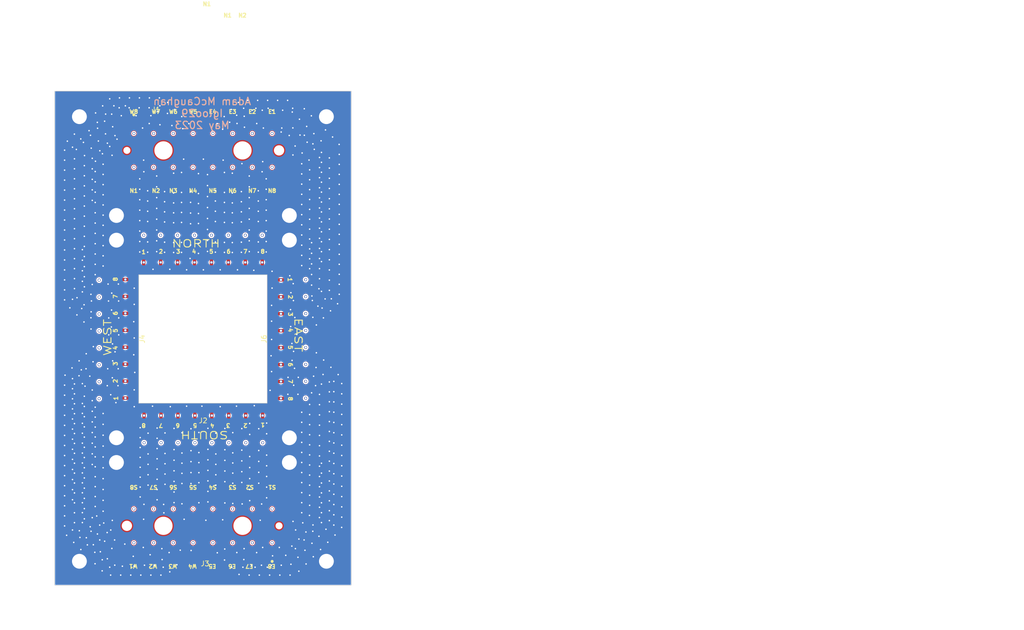
<source format=kicad_pcb>
(kicad_pcb (version 20221018) (generator pcbnew)
  (layers (0 "F.Cu" signal) (1 "In1.Cu" signal) (2 "In2.Cu" signal) (31 "B.Cu" signal) (34 "B.Paste" user) (35 "F.Paste" user) (36 "B.SilkS" user "B.Silkscreen") (37 "F.SilkS" user "F.Silkscreen") (38 "B.Mask" user) (39 "F.Mask" user) (44 "Edge.Cuts" user))
  (net 0 "")
  (net 1 "Net-(J5-Pin_1)")
  (net 2 "Net-(J5-Pin_2)")
  (net 3 "Net-(J5-Pin_3)")
  (net 4 "Net-(J5-Pin_4)")
  (net 5 "Net-(J5-Pin_5)")
  (net 6 "Net-(J5-Pin_6)")
  (net 7 "Net-(J5-Pin_7)")
  (net 8 "Net-(J5-Pin_8)")
  (net 9 "GND")
  (net 10 "Net-(J6-Pin_5)")
  (net 11 "Net-(J6-Pin_6)")
  (net 12 "Net-(J6-Pin_7)")
  (net 13 "Net-(J6-Pin_8)")
  (net 14 "Net-(J4-Pin_1)")
  (net 15 "Net-(J4-Pin_2)")
  (net 16 "Net-(J4-Pin_3)")
  (net 17 "Net-(J4-Pin_4)")
  (net 18 "Net-(J2-Pin_1)")
  (net 19 "Net-(J2-Pin_2)")
  (net 20 "Net-(J4-Pin_5)")
  (net 21 "Net-(J4-Pin_6)")
  (net 22 "Net-(J4-Pin_7)")
  (net 23 "Net-(J4-Pin_8)")
  (net 24 "Net-(J2-Pin_3)")
  (net 25 "Net-(J2-Pin_4)")
  (net 26 "Net-(J2-Pin_5)")
  (net 27 "Net-(J2-Pin_6)")
  (net 28 "Net-(J2-Pin_7)")
  (net 29 "Net-(J2-Pin_8)")
  (net 30 "Net-(J6-Pin_1)")
  (net 31 "Net-(J6-Pin_2)")
  (net 32 "Net-(J6-Pin_3)")
  (net 33 "Net-(J6-Pin_4)")
  (footprint "project-footprints:BE40A-S-92SP-X-2-08" (layer "F.Cu") (at 136.914287 72.625)
    (fp_text reference "J1")
    (fp_text value "BE40A-S-92SP-2-2-08-0152")
  )
  (footprint "project-footprints:BE40A-S-92SP-X-2-08" (layer "F.Cu") (at 136.914287 148.625 180)
    (fp_text reference "J3")
    (fp_text value "BE40A-S-92SP-2-2-08-0152")
  )
  (footprint "project-footprints:wirebond_8x_25mm" (layer "F.Cu") (at 136.95 95.3)
    (fp_text reference "J5" hide)
    (fp_text value "Conn_01x08_Pin" hide)
  )
  (footprint "project-footprints:wirebond_8x_25mm" (layer "F.Cu") (at 121.2 110.8 -90)
    (fp_text reference "J4")
    (fp_text value "Conn_01x08_Pin")
  )
  (footprint "project-footprints:wirebond_8x_25mm" (layer "F.Cu") (at 136.95 126.3 180)
    (fp_text reference "J2")
    (fp_text value "Conn_01x08_Pin")
  )
  (footprint "project-footprints:wirebond_8x_25mm" (layer "F.Cu") (at 152.7 110.8 90)
    (fp_text reference "J6")
    (fp_text value "Conn_01x08_Pin")
  )
  (gr_rect (start 106.914287 60.625) (end 166.914287 160.625) (stroke (width 0.1)) (fill none) (layer "Edge.Cuts"))
  (gr_rect (start 123.9 97.8) (end 149.9 123.8) (stroke (width 0.1)) (fill none) (layer "Edge.Cuts"))
  (gr_text "Adam McCaughan\nIgloo29\nMay 2023" (at 136.74 65.12) (layer "B.SilkS") (effects (font (size 1.5 1.5) (thickness 0.225)) (justify mirror)))
  (gr_text "S7" (at 126.9 140.8 180) (layer "F.SilkS") (effects (font (size 0.8 0.8) (thickness 0.2) bold)))
  (gr_text "1" (at 119.3 122.8 90) (layer "F.SilkS") (effects (font (size 0.8 0.8) (thickness 0.2) bold)))
  (gr_text "8" (at 124.9 128.3 180) (layer "F.SilkS") (effects (font (size 0.8 0.8) (thickness 0.2) bold)))
  (gr_text "N6" (at 142.9 80.8) (layer "F.SilkS") (effects (font (size 0.8 0.8) (thickness 0.2) bold)))
  (gr_text "8" (at 149 93.1) (layer "F.SilkS") (effects (font (size 0.8 0.8) (thickness 0.2) bold)))
  (gr_text "WEST" (at 117.6 110.5 90) (layer "F.SilkS") (effects (font (size 1.5 2) (thickness 0.2) bold)))
  (gr_text "E5" (at 138.804763 156.799999 180) (layer "F.SilkS") (effects (font (size 0.8 0.8) (thickness 0.2) bold)))
  (gr_text "6" (at 154.6 116 -90) (layer "F.SilkS") (effects (font (size 0.8 0.8) (thickness 0.2) bold)))
  (gr_text "6" (at 142.1 93.1) (layer "F.SilkS") (effects (font (size 0.8 0.8) (thickness 0.2) bold)))
  (gr_text "N7" (at 146.9 80.8) (layer "F.SilkS") (effects (font (size 0.8 0.8) (thickness 0.2) bold)))
  (gr_text "E6" (at 142.804763 156.799999 180) (layer "F.SilkS") (effects (font (size 0.8 0.8) (thickness 0.2) bold)))
  (gr_text "E7" (at 146.304763 156.799999 180) (layer "F.SilkS") (effects (font (size 0.8 0.8) (thickness 0.2) bold)))
  (gr_text "N2" (at 127.4 80.8) (layer "F.SilkS") (effects (font (size 0.8 0.8) (thickness 0.2) bold)))
  (gr_text "N2" (at 144.9 45.3) (layer "F.SilkS") (effects (font (size 0.8 0.8) (thickness 0.2) bold)))
  (gr_text "3" (at 131.9 93.1) (layer "F.SilkS") (effects (font (size 0.8 0.8) (thickness 0.2) bold)))
  (gr_text "S3" (at 142.9 140.8 180) (layer "F.SilkS") (effects (font (size 0.8 0.8) (thickness 0.2) bold)))
  (gr_text "7" (at 145.5 93.1) (layer "F.SilkS") (effects (font (size 0.8 0.8) (thickness 0.2) bold)))
  (gr_text "2" (at 145.5 128.3 180) (layer "F.SilkS") (effects (font (size 0.8 0.8) (thickness 0.2) bold)))
  (gr_text "NORTH" (at 135.5 91.5) (layer "F.SilkS") (effects (font (size 1.5 2) (thickness 0.2) bold)))
  (gr_text "5" (at 138.6 93.1) (layer "F.SilkS") (effects (font (size 0.8 0.8) (thickness 0.2) bold)))
  (gr_text "S2" (at 146.4 140.8 180) (layer "F.SilkS") (effects (font (size 0.8 0.8) (thickness 0.2) bold)))
  (gr_text "N1" (at 141.9 45.3) (layer "F.SilkS") (effects (font (size 0.8 0.8) (thickness 0.2) bold)))
  (gr_text "E3" (at 142.9 64.8) (layer "F.SilkS") (effects (font (size 0.8 0.8) (thickness 0.2) bold)))
  (gr_text "8" (at 154.6 122.9 -90) (layer "F.SilkS") (effects (font (size 0.8 0.8) (thickness 0.2) bold)))
  (gr_text "W5" (at 134.9 64.8) (layer "F.SilkS") (effects (font (size 0.8 0.8) (thickness 0.2) bold)))
  (gr_text "W6" (at 130.9 64.8) (layer "F.SilkS") (effects (font (size 0.8 0.8) (thickness 0.2) bold)))
  (gr_text "W8" (at 122.9 64.8) (layer "F.SilkS") (effects (font (size 0.8 0.8) (thickness 0.2) bold)))
  (gr_text "E8" (at 150.804763 156.799999 180) (layer "F.SilkS") (effects (font (size 0.8 0.8) (thickness 0.2) bold)))
  (gr_text "6" (at 119.2 105.6 90) (layer "F.SilkS") (effects (font (size 0.8 0.8) (thickness 0.2) bold)))
  (gr_text "1" (at 149 128.2 180) (layer "F.SilkS") (effects (font (size 0.8 0.8) (thickness 0.2) bold)))
  (gr_text "N1" (at 122.9 80.8) (layer "F.SilkS") (effects (font (size 0.8 0.8) (thickness 0.2) bold)))
  (gr_text "7" (at 128.4 128.3 180) (layer "F.SilkS") (effects (font (size 0.8 0.8) (thickness 0.2) bold)))
  (gr_text "2" (at 154.6 102.3 -90) (layer "F.SilkS") (effects (font (size 0.8 0.8) (thickness 0.2) bold)))
  (gr_text "6" (at 131.8 128.3 180) (layer "F.SilkS") (effects (font (size 0.8 0.8) (thickness 0.2) bold)))
  (gr_text "EAST" (at 156.2 110 270) (layer "F.SilkS") (effects (font (size 1.5 2) (thickness 0.2) bold)))
  (gr_text "W3" (at 130.804763 156.799999 180) (layer "F.SilkS") (effects (font (size 0.8 0.8) (thickness 0.2) bold)))
  (gr_text "W7" (at 127.4 64.8) (layer "F.SilkS") (effects (font (size 0.8 0.8) (thickness 0.2) bold)))
  (gr_text "W2" (at 126.804763 156.799999 180) (layer "F.SilkS") (effects (font (size 0.8 0.8) (thickness 0.2) bold)))
  (gr_text "7" (at 119.2 102.2 90) (layer "F.SilkS") (effects (font (size 0.8 0.8) (thickness 0.2) bold)))
  (gr_text "4" (at 135.1 93.1) (layer "F.SilkS") (effects (font (size 0.8 0.8) (thickness 0.2) bold)))
  (gr_text "2" (at 128.4 93.1) (layer "F.SilkS") (effects (font (size 0.8 0.8) (thickness 0.2) bold)))
  (gr_text "N3" (at 130.9 80.8) (layer "F.SilkS") (effects (font (size 0.8 0.8) (thickness 0.2) bold)))
  (gr_text "8" (at 119.2 98.7 90) (layer "F.SilkS") (effects (font (size 0.8 0.8) (thickness 0.2) bold)))
  (gr_text "2" (at 119.2 119.3 90) (layer "F.SilkS") (effects (font (size 0.8 0.8) (thickness 0.2) bold)))
  (gr_text "N1" (at 137.7 43) (layer "F.SilkS") (effects (font (size 0.8 0.8) (thickness 0.2) bold)))
  (gr_text "S6" (at 130.9 140.8 180) (layer "F.SilkS") (effects (font (size 0.8 0.8) (thickness 0.2) bold)))
  (gr_text "E2" (at 146.9 64.8) (layer "F.SilkS") (effects (font (size 0.8 0.8) (thickness 0.2) bold)))
  (gr_text "S4" (at 138.9 140.8 180) (layer "F.SilkS") (effects (font (size 0.8 0.8) (thickness 0.2) bold)))
  (gr_text "S8" (at 122.9 140.8 180) (layer "F.SilkS") (effects (font (size 0.8 0.8) (thickness 0.2) bold)))
  (gr_text "N8" (at 150.9 80.8) (layer "F.SilkS") (effects (font (size 0.8 0.8) (thickness 0.2) bold)))
  (gr_text "5" (at 154.6 112.5 -90) (layer "F.SilkS") (effects (font (size 0.8 0.8) (thickness 0.2) bold)))
  (gr_text "W4" (at 134.804763 156.799999 180) (layer "F.SilkS") (effects (font (size 0.8 0.8) (thickness 0.2) bold)))
  (gr_text "SOUTH" (at 137.2 130.2 180) (layer "F.SilkS") (effects (font (size 1.5 2) (thickness 0.2) bold)))
  (gr_text "3" (at 119.2 115.8 90) (layer "F.SilkS") (effects (font (size 0.8 0.8) (thickness 0.2) bold)))
  (gr_text "S1" (at 150.9 140.8 180) (layer "F.SilkS") (effects (font (size 0.8 0.8) (thickness 0.2) bold)))
  (gr_text "3" (at 142 128.3 180) (layer "F.SilkS") (effects (font (size 0.8 0.8) (thickness 0.2) bold)))
  (gr_text "4" (at 119.2 112.6 90) (layer "F.SilkS") (effects (font (size 0.8 0.8) (thickness 0.2) bold)))
  (gr_text "N4" (at 134.9 80.8) (layer "F.SilkS") (effects (font (size 0.8 0.8) (thickness 0.2) bold)))
  (gr_text "4" (at 154.6 109 -90) (layer "F.SilkS") (effects (font (size 0.8 0.8) (thickness 0.2) bold)))
  (gr_text "5" (at 119.2 109.1 90) (layer "F.SilkS") (effects (font (size 0.8 0.8) (thickness 0.2) bold)))
  (gr_text "W1" (at 122.804763 156.799999 180) (layer "F.SilkS") (effects (font (size 0.8 0.8) (thickness 0.2) bold)))
  (gr_text "4" (at 138.8 128.3 180) (layer "F.SilkS") (effects (font (size 0.8 0.8) (thickness 0.2) bold)))
  (gr_text "E4" (at 138.9 64.8) (layer "F.SilkS") (effects (font (size 0.8 0.8) (thickness 0.2) bold)))
  (gr_text "N5" (at 138.9 80.8) (layer "F.SilkS") (effects (font (size 0.8 0.8) (thickness 0.2) bold)))
  (gr_text "1" (at 124.9 93.2) (layer "F.SilkS") (effects (font (size 0.8 0.8) (thickness 0.2) bold)))
  (gr_text "7" (at 154.6 119.4 -90) (layer "F.SilkS") (effects (font (size 0.8 0.8) (thickness 0.2) bold)))
  (gr_text "3" (at 154.6 105.8 -90) (layer "F.SilkS") (effects (font (size 0.8 0.8) (thickness 0.2) bold)))
  (gr_text "E1" (at 150.9 64.8) (layer "F.SilkS") (effects (font (size 0.8 0.8) (thickness 0.2) bold)))
  (gr_text "1" (at 154.5 98.8 -90) (layer "F.SilkS") (effects (font (size 0.8 0.8) (thickness 0.2) bold)))
  (gr_text "S5" (at 134.9 140.8 180) (layer "F.SilkS") (effects (font (size 0.8 0.8) (thickness 0.2) bold)))
  (gr_text "5" (at 135.3 128.3 180) (layer "F.SilkS") (effects (font (size 0.8 0.8) (thickness 0.2) bold)))
  (segment (start 124.914287 95.3) (end 124.914287 94.614287) (width 0.25) (layer "F.Cu") (net 1))
  (via (at 124.914287 95.3) (size 0.6) (drill 0.4) (layers "F.Cu" "B.Cu") (net 1))
  (via (at 124.914287 89.8) (size 0.6) (drill 0.4) (layers "F.Cu" "B.Cu") (net 1))
  (via (at 122.914287 76.05) (size 0.6) (drill 0.4) (layers "F.Cu" "B.Cu") (net 1))
  (segment (start 128.342858 95.3) (end 128.342858 94.757142) (width 0.25) (layer "F.Cu") (net 2))
  (via (at 128.342858 95.3) (size 0.6) (drill 0.4) (layers "F.Cu" "B.Cu") (net 2))
  (via (at 128.342858 89.8) (size 0.6) (drill 0.4) (layers "F.Cu" "B.Cu") (net 2))
  (via (at 126.914287 76.05) (size 0.6) (drill 0.4) (layers "F.Cu" "B.Cu") (net 2))
  (segment (start 131.771429 95.3) (end 131.771429 94.671429) (width 0.25) (layer "F.Cu") (net 3))
  (via (at 130.914287 76.05) (size 0.6) (drill 0.4) (layers "F.Cu" "B.Cu") (net 3))
  (via (at 131.771429 95.3) (size 0.6) (drill 0.4) (layers "F.Cu" "B.Cu") (net 3))
  (via (at 131.771429 89.8) (size 0.6) (drill 0.4) (layers "F.Cu" "B.Cu") (net 3))
  (segment (start 135.1 95.2) (end 135.1 94.5) (width 0.25) (layer "F.Cu") (net 4))
  (segment (start 135.2 95.3) (end 135.1 95.2) (width 0.25) (layer "F.Cu") (net 4))
  (via (at 135.2 95.3) (size 0.6) (drill 0.4) (layers "F.Cu" "B.Cu") (net 4))
  (via (at 135.2 89.8) (size 0.6) (drill 0.4) (layers "F.Cu" "B.Cu") (net 4))
  (via (at 134.914287 76.05) (size 0.6) (drill 0.4) (layers "F.Cu" "B.Cu") (net 4))
  (segment (start 138.628571 95.3) (end 138.628571 94.671429) (width 0.25) (layer "F.Cu") (net 5))
  (via (at 138.628571 95.3) (size 0.6) (drill 0.4) (layers "F.Cu" "B.Cu") (net 5))
  (via (at 138.628571 89.8) (size 0.6) (drill 0.4) (layers "F.Cu" "B.Cu") (net 5))
  (via (at 138.914287 76.05) (size 0.6) (drill 0.4) (layers "F.Cu" "B.Cu") (net 5))
  (segment (start 142.057142 95.3) (end 142.057142 94.657142) (width 0.25) (layer "F.Cu") (net 6))
  (via (at 142.914287 76.05) (size 0.6) (drill 0.4) (layers "F.Cu" "B.Cu") (net 6))
  (via (at 142.057142 95.3) (size 0.6) (drill 0.4) (layers "F.Cu" "B.Cu") (net 6))
  (via (at 142.057142 89.8) (size 0.6) (drill 0.4) (layers "F.Cu" "B.Cu") (net 6))
  (segment (start 145.485713 95.3) (end 145.485713 94.514287) (width 0.25) (layer "F.Cu") (net 7))
  (via (at 145.485713 89.8) (size 0.6) (drill 0.4) (layers "F.Cu" "B.Cu") (net 7))
  (via (at 145.485713 95.3) (size 0.6) (drill 0.4) (layers "F.Cu" "B.Cu") (net 7))
  (via (at 146.914287 76.05) (size 0.6) (drill 0.4) (layers "F.Cu" "B.Cu") (net 7))
  (segment (start 148.914287 95.3) (end 148.914287 94.414287) (width 0.25) (layer "F.Cu") (net 8))
  (via (at 150.914287 76.05) (size 0.6) (drill 0.4) (layers "F.Cu" "B.Cu") (net 8))
  (via (at 148.914287 95.3) (size 0.6) (drill 0.4) (layers "F.Cu" "B.Cu") (net 8))
  (via (at 148.914287 89.8) (size 0.6) (drill 0.4) (layers "F.Cu" "B.Cu") (net 8))
  (via (at 124.2 136.773871) (size 0.6) (drill 0.3) (layers "F.Cu" "B.Cu") (net 9))
  (via (at 147.3 124.3) (size 0.6) (drill 0.3) (layers "F.Cu" "B.Cu") (net 9))
  (via (at 108.9 92.78488) (size 0.6) (drill 0.3) (layers "F.Cu" "B.Cu") (net 9))
  (via (at 110.5 124.958822) (size 0.6) (drill 0.3) (layers "F.Cu" "B.Cu") (net 9))
  (via (at 123.375 65.6) (size 0.6) (drill 0.3) (layers "F.Cu" "B.Cu") (net 9))
  (via (at 160.9 139.957984) (size 0.6) (drill 0.3) (layers "F.Cu" "B.Cu") (net 9))
  (via (at 156.9 145.96863) (size 0.6) (drill 0.3) (layers "F.Cu" "B.Cu") (net 9))
  (via (at 164.5 101.754689) (size 0.6) (drill 0.3) (layers "F.Cu" "B.Cu") (net 9))
  (via (at 160.9 79.060782) (size 0.6) (drill 0.3) (layers "F.Cu" "B.Cu") (net 9))
  (via (at 136 83.384609) (size 0.6) (drill 0.3) (layers "F.Cu" "B.Cu") (net 9))
  (via (at 136 93.486202) (size 0.6) (drill 0.3) (layers "F.Cu" "B.Cu") (net 9))
  (via (at 110.9 133.945349) (size 0.6) (drill 0.3) (layers "F.Cu" "B.Cu") (net 9))
  (via (at 148.752233 156.6) (size 0.6) (drill 0.3) (layers "F.Cu" "B.Cu") (net 9))
  (via (at 139.514287 129.873371) (size 0.6) (drill 0.3) (layers "F.Cu" "B.Cu") (net 9))
  (via (at 115.018822 153.987452) (size 0.6) (drill 0.3) (layers "F.Cu" "B.Cu") (net 9))
  (via (at 110.5 131.086274) (size 0.6) (drill 0.3) (layers "F.Cu" "B.Cu") (net 9))
  (via (at 162.5 127.518066) (size 0.6) (drill 0.3) (layers "F.Cu" "B.Cu") (net 9))
  (via (at 124.114287 84.725856) (size 0.6) (drill 0.3) (layers "F.Cu" "B.Cu") (net 9))
  (via (at 162.5 100.953472) (size 0.6) (drill 0.3) (layers "F.Cu" "B.Cu") (net 9))
  (via (at 120.38137 65.6) (size 0.6) (drill 0.3) (layers "F.Cu" "B.Cu") (net 9))
  (via (at 115.401894 146.633264) (size 0.6) (drill 0.3) (layers "F.Cu" "B.Cu") (net 9))
  (via (at 129.142858 93.252994) (size 0.6) (drill 0.3) (layers "F.Cu" "B.Cu") (net 9))
  (via (at 162.81082 116.536593) (size 0.6) (drill 0.3) (layers "F.Cu" "B.Cu") (net 9))
  (via (at 148.114287 91.15865) (size 0.6) (drill 0.3) (layers "F.Cu" "B.Cu") (net 9))
  (via (at 157.904624 67.773254) (size 0.6) (drill 0.3) (layers "F.Cu" "B.Cu") (net 9))
  (via (at 124.326152 158.6) (size 0.6) (drill 0.3) (layers "F.Cu" "B.Cu") (net 9))
  (via (at 150.8 117.4) (size 0.6) (drill 0.3) (layers "F.Cu" "B.Cu") (net 9))
  (via (at 142.942858 135.90545) (size 0.6) (drill 0.3) (layers "F.Cu" "B.Cu") (net 9))
  (via (at 140.4 96.8) (size 0.6) (drill 0.3) (layers "F.Cu" "B.Cu") (net 9))
  (via (at 141.257142 91.253328) (size 0.6) (drill 0.3) (layers "F.Cu" "B.Cu") (net 9))
  (via (at 160.5 136.561567) (size 0.6) (drill 0.3) (layers "F.Cu" "B.Cu") (net 9))
  (via (at 158.5 134.270973) (size 0.6) (drill 0.3) (layers "F.Cu" "B.Cu") (net 9))
  (via (at 141.257142 81.136648) (size 0.6) (drill 0.3) (layers "F.Cu" "B.Cu") (net 9))
  (via (at 108.9 90.764477) (size 0.6) (drill 0.3) (layers "F.Cu" "B.Cu") (net 9))
  (via (at 160.5 84.287195) (size 0.6) (drill 0.3) (layers "F.Cu" "B.Cu") (net 9))
  (via (at 112.5 135.909804) (size 0.6) (drill 0.3) (layers "F.Cu" "B.Cu") (net 9))
  (via (at 112.5 143.949021) (size 0.6) (drill 0.3) (layers "F.Cu" "B.Cu") (net 9))
  (via (at 110.9 139.962419) (size 0.6) (drill 0.3) (layers "F.Cu" "B.Cu") (net 9))
  (via (at 132.571429 83.159984) (size 0.6) (drill 0.3) (layers "F.Cu" "B.Cu") (net 9))
  (via (at 136.085716 137.855607) (size 0.6) (drill 0.3) (layers "F.Cu" "B.Cu") (net 9))
  (via (at 155.445854 116.742858) (size 0.6) (drill 0.3) (layers "F.Cu" "B.Cu") (net 9))
  (via (at 144.771429 137.661991) (size 0.6) (drill 0.3) (layers "F.Cu" "B.Cu") (net 9))
  (via (at 110.9 125.92259) (size 0.6) (drill 0.3) (layers "F.Cu" "B.Cu") (net 9))
  (via (at 147.4639 157) (size 0.6) (drill 0.3) (layers "F.Cu" "B.Cu") (net 9))
  (via (at 124.114287 86.840685) (size 0.6) (drill 0.3) (layers "F.Cu" "B.Cu") (net 9))
  (via (at 126.8 96.7) (size 0.6) (drill 0.3) (layers "F.Cu" "B.Cu") (net 9))
  (via (at 156.9 91.817646) (size 0.6) (drill 0.3) (layers "F.Cu" "B.Cu") (net 9))
  (via (at 136 87.425246) (size 0.6) (drill 0.3) (layers "F.Cu" "B.Cu") (net 9))
  (via (at 158.5 80.563693) (size 0.6) (drill 0.3) (layers "F.Cu" "B.Cu") (net 9))
  (via (at 124.2 140.779901) (size 0.6) (drill 0.3) (layers "F.Cu" "B.Cu") (net 9))
  (via (at 124.2 128.76181) (size 0.6) (drill 0.3) (layers "F.Cu" "B.Cu") (net 9))
  (via (at 129 146) (size 0.6) (drill 0.3) (layers "F.Cu" "B.Cu") (net 9))
  (via (at 110.9 92.518709) (size 0.6) (drill 0.3) (layers "F.Cu" "B.Cu") (net 9))
  (via (at 112.932173 73.675407) (size 0.6) (drill 0.3) (layers "F.Cu" "B.Cu") (net 9))
  (via (at 112.5 133.9) (size 0.6) (drill 0.3) (layers "F.Cu" "B.Cu") (net 9))
  (via (at 161.716702 68.485332) (size 0.6) (drill 0.3) (layers "F.Cu" "B.Cu") (net 9))
  (via (at 110.5 120.873854) (size 0.6) (drill 0.3) (layers "F.Cu" "B.Cu") (net 9))
  (via (at 158.00074 70.96937) (size 0.6) (drill 0.3) (layers "F.Cu" "B.Cu") (net 9))
  (via (at 150.8 107.2) (size 0.6) (drill 0.3) (layers "F.Cu" "B.Cu") (net 9))
  (via (at 139.428571 93.229676) (size 0.6) (drill 0.3) (layers "F.Cu" "B.Cu") (net 9))
  (via (at 160.5 124.10241) (size 0.6) (drill 0.3) (layers "F.Cu" "B.Cu") (net 9))
  (via (at 130.626415 67.595045) (size 0.6) (drill 0.3) (layers "F.Cu" "B.Cu") (net 9))
  (via (at 108.9 130.324929) (size 0.6) (drill 0.3) (layers "F.Cu" "B.Cu") (net 9))
  (via (at 136.7 124.4) (size 0.6) (drill 0.3) (layers "F.Cu" "B.Cu") (net 9))
  (via (at 121.975395 64) (size 0.6) (drill 0.3) (layers "F.Cu" "B.Cu") (net 9))
  (via (at 149.932143 157) (size 0.6) (drill 0.3) (layers "F.Cu" "B.Cu") (net 9))
  (via (at 114.253901 108.785271) (size 0.6) (drill 0.3) (layers "F.Cu" "B.Cu") (net 9))
  (via (at 142.942858 140.001325) (size 0.6) (drill 0.3) (layers "F.Cu" "B.Cu") (net 9))
  (via (at 158.975278 152.156091) (size 0.6) (drill 0.3) (layers "F.Cu" "B.Cu") (net 9))
  (via (at 148.114287 84.946627) (size 0.6) (drill 0.3) (layers "F.Cu" "B.Cu") (net 9))
  (via (at 141.257142 93.276664) (size 0.6) (drill 0.3) (layers "F.Cu" "B.Cu") (net 9))
  (via (at 161.810622 149.320747) (size 0.6) (drill 0.3) (layers "F.Cu" "B.Cu") (net 9))
  (via (at 156.9 95.939215) (size 0.6) (drill 0.3) (layers "F.Cu" "B.Cu") (net 9))
  (via (at 108.9 78.642059) (size 0.6) (drill 0.3) (layers "F.Cu" "B.Cu") (net 9))
  (via (at 157.384315 151.484315) (size 0.6) (drill 0.3) (layers "F.Cu" "B.Cu") (net 9))
  (via (at 117.70504 99.685713) (size 0.6) (drill 0.3) (layers "F.Cu" "B.Cu") (net 9))
  (via (at 117.628073 116.828568) (size 0.6) (drill 0.3) (layers "F.Cu" "B.Cu") (net 9))
  (via (at 108.9 132.360275) (size 0.6) (drill 0.3) (layers "F.Cu" "B.Cu") (net 9))
  (via (at 113.239753 116.828876) (size 0.6) (drill 0.3) (layers "F.Cu" "B.Cu") (net 9))
  (via (at 160.5 90.423751) (size 0.6) (drill 0.3) (layers "F.Cu" "B.Cu") (net 9))
  (via (at 163.4 148.46863) (size 0.6) (drill 0.3) (layers "F.Cu" "B.Cu") (net 9))
  (via (at 112.9 134.799135) (size 0.6) (drill 0.3) (layers "F.Cu" "B.Cu") (net 9))
  (via (at 149.714287 86.840685) (size 0.6) (drill 0.3) (layers "F.Cu" "B.Cu") (net 9))
  (via (at 164.5 89.617814) (size 0.6) (drill 0.3) (layers "F.Cu" "B.Cu") (net 9))
  (via (at 152.762016 156.6) (size 0.6) (drill 0.3) (layers "F.Cu" "B.Cu") (net 9))
  (via (at 161.027638 104.540992) (size 0.6) (drill 0.3) (layers "F.Cu" "B.Cu") (net 9))
  (via (at 114.5 99.76863) (size 0.6) (drill 0.3) (layers "F.Cu" "B.Cu") (net 9))
  (via (at 160.820338 70.688968) (size 0.6) (drill 0.3) (layers "F.Cu" "B.Cu") (net 9))
  (via (at 142.312814 66.932842) (size 0.6) (drill 0.3) (layers "F.Cu" "B.Cu") (net 9))
  (via (at 164.5 97.709064) (size 0.6) (drill 0.3) (layers "F.Cu" "B.Cu") (net 9))
  (via (at 126.071154 62) (size 0.6) (drill 0.3) (layers "F.Cu" "B.Cu") (net 9))
  (via (at 127.628574 143.354343) (size 0.6) (drill 0.3) (layers "F.Cu" "B.Cu") (net 9))
  (via (at 115.175018 65.043611) (size 0.6) (drill 0.3) (layers "F.Cu" "B.Cu") (net 9))
  (via (at 162.5 80.336259) (size 0.6) (drill 0.3) (layers "F.Cu" "B.Cu") (net 9))
  (via (at 139.514287 138.288587) (size 0.6) (drill 0.3) (layers "F.Cu" "B.Cu") (net 9))
  (via (at 139.428571 80.807733) (size 0.6) (drill 0.3) (layers "F.Cu" "B.Cu") (net 9))
  (via (at 137.828571 79.747037) (size 0.6) (drill 0.3) (layers "F.Cu" "B.Cu") (net 9))
  (via (at 116.7 132.478879) (size 0.6) (drill 0.3) (layers "F.Cu" "B.Cu") (net 9))
  (via (at 147.795001 67.187915) (size 0.6) (drill 0.3) (layers "F.Cu" "B.Cu") (net 9))
  (via (at 113.281399 113.78723) (size 0.6) (drill 0.3) (layers "F.Cu" "B.Cu") (net 9))
  (via (at 163.4 129.774269) (size 0.6) (drill 0.3) (layers "F.Cu" "B.Cu") (net 9))
  (via (at 149.145657 68.1) (size 0.6) (drill 0.3) (layers "F.Cu" "B.Cu") (net 9))
  (via (at 163.4 146.391478) (size 0.6) (drill 0.3) (layers "F.Cu" "B.Cu") (net 9))
  (via (at 116.564196 73.304433) (size 0.6) (drill 0.3) (layers "F.Cu" "B.Cu") (net 9))
  (via (at 162.5 121.503392) (size 0.6) (drill 0.3) (layers "F.Cu" "B.Cu") (net 9))
  (via (at 127.542858 90.927485) (size 0.6) (drill 0.3) (layers "F.Cu" "B.Cu") (net 9))
  (via (at 160.5 82.241677) (size 0.6) (drill 0.3) (layers "F.Cu" "B.Cu") (net 9))
  (via (at 160.5 128.255462) (size 0.6) (drill 0.3) (layers "F.Cu" "B.Cu") (net 9))
  (via (at 112.9 98.195554) (size 0.6) (drill 0.3) (layers "F.Cu" "B.Cu") (net 9))
  (via (at 110.5 135.171242) (size 0.6) (drill 0.3) (layers "F.Cu" "B.Cu") (net 9))
  (via (at 144.685713 93.252994) (size 0.6) (drill 0.3) (layers "F.Cu" "B.Cu") (net 9))
  (via (at 141.209291 65.773625) (size 0.6) (drill 0.3) (layers "F.Cu" "B.Cu") (net 9))
  (via (at 148.5 147.5) (size 0.6) (drill 0.3) (layers "F.Cu" "B.Cu") (net 9))
  (via (at 162.5 123.508283) (size 0.6) (drill 0.3) (layers "F.Cu" "B.Cu") (net 9))
  (via (at 149.8 140.79327) (size 0.6) (drill 0.3) (layers "F.Cu" "B.Cu") (net 9))
  (via (at 128.091557 62) (size 0.6) (drill 0.3) (layers "F.Cu" "B.Cu") (net 9))
  (via (at 111.821516 118.247113) (size 0.6) (drill 0.3) (layers "F.Cu" "B.Cu") (net 9))
  (via (at 124.9 74.6) (size 0.6) (drill 0.3) (layers "F.Cu" "B.Cu") (net 9))
  (via (at 146.285713 90.927486) (size 0.6) (drill 0.3) (layers "F.Cu" "B.Cu") (net 9))
  (via (at 123 124.5) (size 0.6) (drill 0.3) (layers "F.Cu" "B.Cu") (net 9))
  (via (at 137 96.8) (size 0.6) (drill 0.3) (layers "F.Cu" "B.Cu") (net 9))
  (via (at 112.9 126.527837) (size 0.6) (drill 0.3) (layers "F.Cu" "B.Cu") (net 9))
  (via (at 115.1 140.692075) (size 0.6) (drill 0.3) (layers "F.Cu" "B.Cu") (net 9))
  (via (at 114.235197 106.503827) (size 0.6) (drill 0.3) (layers "F.Cu" "B.Cu") (net 9))
  (via (at 160.9 141.960645) (size 0.6) (drill 0.3) (layers "F.Cu" "B.Cu") (net 9))
  (via (at 158.96463 102.095313) (size 0.6) (drill 0.3) (layers "F.Cu" "B.Cu") (net 9))
  (via (at 108.9 134.395621) (size 0.6) (drill 0.3) (layers "F.Cu" "B.Cu") (net 9))
  (via (at 154.4 90.8) (size 3.5) (drill 3) (layers "F.Cu" "B.Cu") (net 9))
  (via (at 115.067966 156.299336) (size 0.6) (drill 0.3) (layers "F.Cu" "B.Cu") (net 9))
  (via (at 161.9 65.8) (size 3.5) (drill 3) (layers "F.Cu" "B.Cu") (net 9))
  (via (at 124.832917 153) (size 0.6) (drill 0.3) (layers "F.Cu" "B.Cu") (net 9))
  (via (at 159.167157 71.298527) (size 0.6) (drill 0.3) (layers "F.Cu" "B.Cu") (net 9))
  (via (at 132.657145 135.942313) (size 0.6) (drill 0.3) (layers "F.Cu" "B.Cu") (net 9))
  (via (at 114.5 146.96863) (size 0.6) (drill 0.3) (layers "F.Cu" "B.Cu") (net 9))
  (via (at 118.236093 122.085713) (size 0.6) (drill 0.3) (layers "F.Cu" "B.Cu") (net 9))
  (via (at 137.914287 141.655079) (size 0.6) (drill 0.3) (layers "F.Cu" "B.Cu") (net 9))
  (via (at 144.845414 144.193152) (size 0.6) (drill 0.3) (layers "F.Cu" "B.Cu") (net 9))
  (via (at 154.669901 108.285716) (size 0.6) (drill 0.3) (layers "F.Cu" "B.Cu") (net 9))
  (via (at 165 142.704204) (size 0.6) (drill 0.3) (layers "F.Cu" "B.Cu") (net 9))
  (via (at 127.542858 79.996198) (size 0.6) (drill 0.3) (layers "F.Cu" "B.Cu") (net 9))
  (via (at 159.055742 103.012887) (size 0.6) (drill 0.3) (layers "F.Cu" "B.Cu") (net 9))
  (via (at 137.828571 81.968889) (size 0.6) (drill 0.3) (layers "F.Cu" "B.Cu") (net 9))
  (via (at 157.112397 148.018972) (size 0.6) (drill 0.3) (layers "F.Cu" "B.Cu") (net 9))
  (via (at 116.007842 148.476472) (size 0.6) (drill 0.3) (layers "F.Cu" "B.Cu") (net 9))
  (via (at 116.7 77.490855) (size 0.6) (drill 0.3) (layers "F.Cu" "B.Cu") (net 9))
  (via (at 115.1 97.773815) (size 0.6) (drill 0.3) (layers "F.Cu" "B.Cu") (net 9))
  (via (at 145.183946 155.451029) (size 0.6) (drill 0.3) (layers "F.Cu" "B.Cu") (net 9))
  (via (at 132.571429 77.089977) (size 0.6) (drill 0.3) (layers "F.Cu" "B.Cu") (net 9))
  (via (at 127.078837 156.6) (size 0.6) (drill 0.3) (layers "F.Cu" "B.Cu") (net 9))
  (via (at 110.9 100.60328) (size 0.6) (drill 0.3) (layers "F.Cu" "B.Cu") (net 9))
  (via (at 112.5 141.939217) (size 0.6) (drill 0.3) (layers "F.Cu" "B.Cu") (net 9))
  (via (at 110.5 122.916338) (size 0.6) (drill 0.3) (layers "F.Cu" "B.Cu") (net 9))
  (via (at 137.828571 88.634444) (size 0.6) (drill 0.3) (layers "F.Cu" "B.Cu") (net 9))
  (via (at 158.5 136.312164) (size 0.6) (drill 0.3) (layers "F.Cu" "B.Cu") (net 9))
  (via (at 130.971429 83.259008) (size 0.6) (drill 0.3) (layers "F.Cu" "B.Cu") (net 9))
  (via (at 116.7 141.272046) (size 0.6) (drill 0.3) (layers "F.Cu" "B.Cu") (net 9))
  (via (at 158.470447 146.515428) (size 0.6) (drill 0.3) (layers "F.Cu" "B.Cu") (net 9))
  (via (at 129.142858 85.064973) (size 0.6) (drill 0.3) (layers "F.Cu" "B.Cu") (net 9))
  (via (at 112.715081 71.003548) (size 0.6) (drill 0.3) (layers "F.Cu" "B.Cu") (net 9))
  (via (at 130.971429 77.238512) (size 0.6) (drill 0.3) (layers "F.Cu" "B.Cu") (net 9))
  (via (at 136 85.404928) (size 0.6) (drill 0.3) (layers "F.Cu" "B.Cu") (net 9))
  (via (at 129.228574 136.06066) (size 0.6) (drill 0.3) (layers "F.Cu" "B.Cu") (net 9))
  (via (at 124.114287 78.38137) (size 0.6) (drill 0.3) (layers "F.Cu" "B.Cu") (net 9))
  (via (at 149.8 129.987908) (size 0.6) (drill 0.3) (layers "F.Cu" "B.Cu") (net 9))
  (via (at 163.4 144.314327) (size 0.6) (drill 0.3) (layers "F.Cu" "B.Cu") (net 9))
  (via (at 141.277448 155.544531) (size 0.6) (drill 0.3) (layers "F.Cu" "B.Cu") (net 9))
  (via (at 119.710487 120.257139) (size 0.6) (drill 0.3) (layers "F.Cu" "B.Cu") (net 9))
  (via (at 156.9 137.834582) (size 0.6) (drill 0.3) (layers "F.Cu" "B.Cu") (net 9))
  (via (at 141.342858 135.376155) (size 0.6) (drill 0.3) (layers "F.Cu" "B.Cu") (net 9))
  (via (at 164.478127 71.414212) (size 0.6) (drill 0.3) (layers "F.Cu" "B.Cu") (net 9))
  (via (at 110.889097 69.329532) (size 0.6) (drill 0.3) (layers "F.Cu" "B.Cu") (net 9))
  (via (at 148.78806 144.205143) (size 0.6) (drill 0.3) (layers "F.Cu" "B.Cu") (net 9))
  (via (at 160.487039 146.94342) (size 0.6) (drill 0.3) (layers "F.Cu" "B.Cu") (net 9))
  (via (at 130.2 96.7) (size 0.6) (drill 0.3) (layers "F.Cu" "B.Cu") (net 9))
  (via (at 145.237814 153.242157) (size 0.6) (drill 0.3) (layers "F.Cu" "B.Cu") (net 9))
  (via (at 108.9 88.744074) (size 0.6) (drill 0.3) (layers "F.Cu" "B.Cu") (net 9))
  (via (at 159.869258 113.595031) (size 0.6) (drill 0.3) (layers "F.Cu" "B.Cu") (net 9))
  (via (at 120.255461 158.6) (size 0.6) (drill 0.3) (layers "F.Cu" "B.Cu") (net 9))
  (via (at 112.82526 107.35663) (size 0.6) (drill 0.3) (layers "F.Cu" "B.Cu") (net 9))
  (via (at 115.1 78.992728) (size 0.6) (drill 0.3) (layers "F.Cu" "B.Cu") (net 9))
  (via (at 110.9 84.434138) (size 0.6) (drill 0.3) (layers "F.Cu" "B.Cu") (net 9))
  (via (at 110.750346 151.981716) (size 0.6) (drill 0.3) (layers "F.Cu" "B.Cu") (net 9))
  (via (at 136 91.465883) (size 0.6) (drill 0.3) (layers "F.Cu" "B.Cu") (net 9))
  (via (at 162.5 74.151095) (size 0.6) (drill 0.3) (layers "F.Cu" "B.Cu") (net 9))
  (via (at 148.330285 158.6) (size 0.6) (drill 0.3) (layers "F.Cu" "B.Cu") (net 9))
  (via (at 114.08579 148.81716) (size 0.6) (drill 0.3) (layers "F.Cu" "B.Cu") (net 9))
  (via (at 149.8 127.826835) (size 0.6) (drill 0.3) (layers "F.Cu" "B.Cu") (net 9))
  (via (at 115.1 132.649655) (size 0.6) (drill 0.3) (layers "F.Cu" "B.Cu") (net 9))
  (via (at 114.5 127.590685) (size 0.6) (drill 0.3) (layers "F.Cu" "B.Cu") (net 9))
  (via (at 128.86863 157) (size 0.6) (drill 0.3) (layers "F.Cu" "B.Cu") (net 9))
  (via (at 149.714287 91.070342) (size 0.6) (drill 0.3) (layers "F.Cu" "B.Cu") (net 9))
  (via (at 132.80718 68.224263) (size 0.6) (drill 0.3) (layers "F.Cu" "B.Cu") (net 9))
  (via (at 162.729851 105.101518) (size 0.6) (drill 0.3) (layers "F.Cu" "B.Cu") (net 9))
  (via (at 156.9 125.633511) (size 0.6) (drill 0.3) (layers "F.Cu" "B.Cu") (net 9))
  (via (at 110.9 86.455281) (size 0.6) (drill 0.3) (layers "F.Cu" "B.Cu") (net 9))
  (via (at 159.305744 118.337114) (size 0.6) (drill 0.3) (layers "F.Cu" "B.Cu") (net 9))
  (via (at 112.9 143.070434) (size 0.6) (drill 0.3) (layers "F.Cu" "B.Cu") (net 9))
  (via (at 132.571429 93.276664) (size 0.6) (drill 0.3) (layers "F.Cu" "B.Cu") (net 9))
  (via (at 139.813025 154.080108) (size 0.6) (drill 0.3) (layers "F.Cu" "B.Cu") (net 9))
  (via (at 158.5 88.567934) (size 0.6) (drill 0.3) (layers "F.Cu" "B.Cu") (net 9))
  (via (at 112.9 145.138259) (size 0.6) (drill 0.3) (layers "F.Cu" "B.Cu") (net 9))
  (via (at 127.542858 93.113742) (size 0.6) (drill 0.3) (layers "F.Cu" "B.Cu") (net 9))
  (via (at 159.704417 120.244476) (size 0.6) (drill 0.3) (layers "F.Cu" "B.Cu") (net 9))
  (via (at 162.5 129.522958) (size 0.6) (drill 0.3) (layers "F.Cu" "B.Cu") (net 9))
  (via (at 140.896393 68.349263) (size 0.6) (drill 0.3) (layers "F.Cu" "B.Cu") (net 9))
  (via (at 127.628574 132.982125) (size 0.6) (drill 0.3) (layers "F.Cu" "B.Cu") (net 9))
  (via (at 108.9 80.662462) (size 0.6) (drill 0.3) (layers "F.Cu" "B.Cu") (net 9))
  (via (at 108.9 144.572349) (size 0.6) (drill 0.3) (layers "F.Cu" "B.Cu") (net 9))
  (via (at 114.233468 101.764838) (size 0.6) (drill 0.3) (layers "F.Cu" "B.Cu") (net 9))
  (via (at 125.714287 91.15865) (size 0.6) (drill 0.3) (layers "F.Cu" "B.Cu") (net 9))
  (via (at 160.5 80.196158) (size 0.6) (drill 0.3) (layers "F.Cu" "B.Cu") (net 9))
  (via (at 110.9 137.956729) (size 0.6) (drill 0.3) (layers "F.Cu" "B.Cu") (net 9))
  (via (at 115.1 89.426665) (size 0.6) (drill 0.3) (layers "F.Cu" "B.Cu") (net 9))
  (via (at 134.3 94.5) (size 0.6) (drill 0.3) (layers "F.Cu" "B.Cu") (net 9))
  (via (at 111.88565 149.61702) (size 0.6) (drill 0.3) (layers "F.Cu" "B.Cu") (net 9))
  (via (at 160.5 86.332714) (size 0.6) (drill 0.3) (layers "F.Cu" "B.Cu") (net 9))
  (via (at 112.843566 103.874936) (size 0.6) (drill 0.3) (layers "F.Cu" "B.Cu") (net 9))
  (via (at 136.085716 139.887247) (size 0.6) (drill 0.3) (layers "F.Cu" "B.Cu") (net 9))
  (via (at 160.9 119.93137) (size 0.6) (drill 0.3) (layers "F.Cu" "B.Cu") (net 9))
  (via (at 130.971429 85.26584) (size 0.6) (drill 0.3) (layers "F.Cu" "B.Cu") (net 9))
  (via (at 116.032842 72.698527) (size 0.6) (drill 0.3) (layers "F.Cu" "B.Cu") (net 9))
  (via (at 124.2 130.764825) (size 0.6) (drill 0.3) (layers "F.Cu" "B.Cu") (net 9))
  (via (at 112.5 147.96863) (size 0.6) (drill 0.3) (layers "F.Cu" "B.Cu") (net 9))
  (via (at 116.7 79.550341) (size 0.6) (drill 0.3) (layers "F.Cu" "B.Cu") (net 9))
  (via (at 150.8 104) (size 0.6) (drill 0.3) (layers "F.Cu" "B.Cu") (net 9))
  (via (at 144.685713 85.064973) (size 0.6) (drill 0.3) (layers "F.Cu" "B.Cu") (net 9))
  (via (at 139.514287 140.392391) (size 0.6) (drill 0.3) (layers "F.Cu" "B.Cu") (net 9))
  (via (at 115.1 128.628444) (size 0.6) (drill 0.3) (layers "F.Cu" "B.Cu") (net 9))
  (via (at 160.5 122.025884) (size 0.6) (drill 0.3) (layers "F.Cu" "B.Cu") (net 9))
  (via (at 110.9 82.412995) (size 0.6) (drill 0.3) (layers "F.Cu" "B.Cu") (net 9))
  (via (at 118.472308 153.203678) (size 0.6) (drill 0.3) (layers "F.Cu" "B.Cu") (net 9))
  (via (at 160.5 138.638093) (size 0.6) (drill 0.3) (layers "F.Cu" "B.Cu") (net 9))
  (via (at 136.085716 129.729044) (size 0.6) (drill 0.3) (layers "F.Cu" "B.Cu") (net 9))
  (via (at 114.257842 149.726472) (size 0.6) (drill 0.3) (layers "F.Cu" "B.Cu") (net 9))
  (via (at 139.428571 82.878057) (size 0.6) (drill 0.3) (layers "F.Cu" "B.Cu") (net 9))
  (via (at 119.4 135.8) (size 3.5) (drill 3) (layers "F.Cu" "B.Cu") (net 9))
  (via (at 158.5 132.229781) (size 0.6) (drill 0.3) (layers "F.Cu" "B.Cu") (net 9))
  (via (at 144.685713 87.111978) (size 0.6) (drill 0.3) (layers "F.Cu" "B.Cu") (net 9))
  (via (at 164.5 77.480938) (size 0.6) (drill 0.3) (layers "F.Cu" "B.Cu") (net 9))
  (via (at 118.03137 157) (size 0.6) (drill 0.3) (layers "F.Cu" "B.Cu") (net 9))
  (via (at 150.401292 158.6) (size 0.6) (drill 0.3) (layers "F.Cu" "B.Cu") (net 9))
  (via (at 115.1 130.639049) (size 0.6) (drill 0.3) (layers "F.Cu" "B.Cu") (net 9))
  (via (at 163.4 121.465664) (size 0.6) (drill 0.3) (layers "F.Cu" "B.Cu") (net 9))
  (via (at 146.747341 156.6) (size 0.6) (drill 0.3) (layers "F.Cu" "B.Cu") (net 9))
  (via (at 113.852548 68.628822) (size 0.6) (drill 0.3) (layers "F.Cu" "B.Cu") (net 9))
  (via (at 146.285713 82.182458) (size 0.6) (drill 0.3) (layers "F.Cu" "B.Cu") (net 9))
  (via (at 148.114287 80.805277) (size 0.6) (drill 0.3) (layers "F.Cu" "B.Cu") (net 9))
  (via (at 132.657145 144.163553) (size 0.6) (drill 0.3) (layers "F.Cu" "B.Cu") (net 9))
  (via (at 110.9 94.539852) (size 0.6) (drill 0.3) (layers "F.Cu" "B.Cu") (net 9))
  (via (at 152.86863 68.1) (size 0.6) (drill 0.3) (layers "F.Cu" "B.Cu") (net 9))
  (via (at 148.2 140.000426) (size 0.6) (drill 0.3) (layers "F.Cu" "B.Cu") (net 9))
  (via (at 160.5 78.15064) (size 0.6) (drill 0.3) (layers "F.Cu" "B.Cu") (net 9))
  (via (at 116.7 87.788284) (size 0.6) (drill 0.3) (layers "F.Cu" "B.Cu") (net 9))
  (via (at 160.9 95.139217) (size 0.6) (drill 0.3) (layers "F.Cu" "B.Cu") (net 9))
  (via (at 108.9 122.183546) (size 0.6) (drill 0.3) (layers "F.Cu" "B.Cu") (net 9))
  (via (at 165 121.904222) (size 0.6) (drill 0.3) (layers "F.Cu" "B.Cu") (net 9))
  (via (at 146.371429 139.060769) (size 0.6) (drill 0.3) (layers "F.Cu" "B.Cu") (net 9))
  (via (at 112.9 83.89035) (size 0.6) (drill 0.3) (layers "F.Cu" "B.Cu") (net 9))
  (via (at 150.9 97.1) (size 0.6) (drill 0.3) (layers "F.Cu" "B.Cu") (net 9))
  (via (at 158.5 124.065016) (size 0.6) (drill 0.3) (layers "F.Cu" "B.Cu") (net 9))
  (via (at 160.5 96.560306) (size 0.6) (drill 0.3) (layers "F.Cu" "B.Cu") (net 9))
  (via (at 137.828571 93.078148) (size 0.6) (drill 0.3) (layers "F.Cu" "B.Cu") (net 9))
  (via (at 158.5 130.18859) (size 0.6) (drill 0.3) (layers "F.Cu" "B.Cu") (net 9))
  (via (at 146.285713 79.996201) (size 0.6) (drill 0.3) (layers "F.Cu" "B.Cu") (net 9))
  (via (at 108.9 126.254238) (size 0.6) (drill 0.3) (layers "F.Cu" "B.Cu") (net 9))
  (via (at 137 74.4) (size 0.6) (drill 0.3) (layers "F.Cu" "B.Cu") (net 9))
  (via (at 141.342858 139.684835) (size 0.6) (drill 0.3) (layers "F.Cu" "B.Cu") (net 9))
  (via (at 119.056853 156.587089) (size 0.6) (drill 0.3) (layers "F.Cu" "B.Cu") (net 9))
  (via (at 110.5 139.25621) (size 0.6) (drill 0.3) (layers "F.Cu" "B.Cu") (net 9))
  (via (at 124.050751 62) (size 0.6) (drill 0.3) (layers "F.Cu" "B.Cu") (net 9))
  (via (at 155.910976 109.885716) (size 0.6) (drill 0.3) (layers "F.Cu" "B.Cu") (net 9))
  (via (at 154.543307 158.6) (size 0.6) (drill 0.3) (layers "F.Cu" "B.Cu") (net 9))
  (via (at 127.628574 135.056569) (size 0.6) (drill 0.3) (layers "F.Cu" "B.Cu") (net 9))
  (via (at 156.9 129.700535) (size 0.6) (drill 0.3) (layers "F.Cu" "B.Cu") (net 9))
  (via (at 136 81.36429) (size 0.6) (drill 0.3) (layers "F.Cu" "B.Cu") (net 9))
  (via (at 131.057145 137.488155) (size 0.6) (drill 0.3) (layers "F.Cu" "B.Cu") (net 9))
  (via (at 133 74.4) (size 0.6) (drill 0.3) (layers "F.Cu" "B.Cu") (net 9))
  (via (at 131.057145 143.925772) (size 0.6) (drill 0.3) (layers "F.Cu" "B.Cu") (net 9))
  (via (at 115.1 138.68147) (size 0.6) (drill 0.3) (layers "F.Cu" "B.Cu") (net 9))
  (via (at 112.5 119.83137) (size 0.6) (drill 0.3) (layers "F.Cu" "B.Cu") (net 9))
  (via (at 124.2 138.776886) (size 0.6) (drill 0.3) (layers "F.Cu" "B.Cu") (net 9))
  (via (at 108.9 120.148201) (size 0.6) (drill 0.3) (layers "F.Cu" "B.Cu") (net 9))
  (via (at 162.5 141.552307) (size 0.6) (drill 0.3) (layers "F.Cu" "B.Cu") (net 9))
  (via (at 112.9 132.731311) (size 0.6) (drill 0.3) (layers "F.Cu" "B.Cu") (net 9))
  (via (at 119.4 85.8) (size 3.5) (drill 3) (layers "F.Cu" "B.Cu") (net 9))
  (via (at 112.28379 117.04758) (size 0.6) (drill 0.3) (layers "F.Cu" "B.Cu") (net 9))
  (via (at 118.628376 115.228568) (size 0.6) (drill 0.3) (layers "F.Cu" "B.Cu") (net 9))
  (via (at 164.5 79.50375) (size 0.6) (drill 0.3) (layers "F.Cu" "B.Cu") (net 9))
  (via (at 112.5 127.870587) (size 0.6) (drill 0.3) (layers "F.Cu" "B.Cu") (net 9))
  (via (at 160.5 130.331988) (size 0.6) (drill 0.3) (layers "F.Cu" "B.Cu") (net 9))
  (via (at 112.9 85.933951) (size 0.6) (drill 0.3) (layers "F.Cu" "B.Cu") (net 9))
  (via (at 118.88137 63.6) (size 0.6) (drill 0.3) (layers "F.Cu" "B.Cu") (net 9))
  (via (at 156.9 85.635292) (size 0.6) (drill 0.3) (layers "F.Cu" "B.Cu") (net 9))
  (via (at 164.5 83.549376) (size 0.6) (drill 0.3) (layers "F.Cu" "B.Cu") (net 9))
  (via (at 146.285713 93.113743) (size 0.6) (drill 0.3) (layers "F.Cu" "B.Cu") (net 9))
  (via (at 110.5 143.341178) (size 0.6) (drill 0.3) (layers "F.Cu" "B.Cu") (net 9))
  (via (at 117.836329 106.542855) (size 0.6) (drill 0.3) (layers "F.Cu" "B.Cu") (net 9))
  (via (at 131.057145 139.634027) (size 0.6) (drill 0.3) (layers "F.Cu" "B.Cu") (net 9))
  (via (at 160.9 77.050978) (size 0.6) (drill 0.3) (layers "F.Cu" "B.Cu") (net 9))
  (via (at 116.7 83.669312) (size 0.6) (drill 0.3) (layers "F.Cu" "B.Cu") (net 9))
  (via (at 108.9 128.289583) (size 0.6) (drill 0.3) (layers "F.Cu" "B.Cu") (net 9))
  (via (at 150.757124 156.6) (size 0.6) (drill 0.3) (layers "F.Cu" "B.Cu") (net 9))
  (via (at 110.5 141.298694) (size 0.6) (drill 0.3) (layers "F.Cu" "B.Cu") (net 9))
  (via (at 165 126.064218) (size 0.6) (drill 0.3) (layers "F.Cu" "B.Cu") (net 9))
  (via (at 127.628574 139.205456) (size 0.6) (drill 0.3) (layers "F.Cu" "B.Cu") (net 9))
  (via (at 144.771429 139.84263) (size 0.6) (drill 0.3) (layers "F.Cu" "B.Cu") (net 9))
  (via (at 142.942858 133.857513) (size 0.6) (drill 0.3) (layers "F.Cu" "B.Cu") (net 9))
  (via (at 162.5 145.56209) (size 0.6) (drill 0.3) (layers "F.Cu" "B.Cu") (net 9))
  (via (at 144.771429 135.481352) (size 0.6) (drill 0.3) (layers "F.Cu" "B.Cu") (net 9))
  (via (at 146.371429 141.29327) (size 0.6) (drill 0.3) (layers "F.Cu" "B.Cu") (net 9))
  (via (at 154.098079 122) (size 0.6) (drill 0.3) (layers "F.Cu" "B.Cu") (net 9))
  (via (at 162.5 94.768308) (size 0.6) (drill 0.3) (layers "F.Cu" "B.Cu") (net 9))
  (via (at 142.857142 93.293168) (size 0.6) (drill 0.3) (layers "F.Cu" "B.Cu") (net 9))
  (via (at 122.030348 62) (size 0.6) (drill 0.3) (layers "F.Cu" "B.Cu") (net 9))
  (via (at 163.4 131.85142) (size 0.6) (drill 0.3) (layers "F.Cu" "B.Cu") (net 9))
  (via (at 124.2 142.782917) (size 0.6) (drill 0.3) (layers "F.Cu" "B.Cu") (net 9))
  (via (at 116.7 134.677171) (size 0.6) (drill 0.3) (layers "F.Cu" "B.Cu") (net 9))
  (via (at 119.098527 69.632842) (size 0.6) (drill 0.3) (layers "F.Cu" "B.Cu") (net 9))
  (via (at 125.8 129.87106) (size 0.6) (drill 0.3) (layers "F.Cu" "B.Cu") (net 9))
  (via (at 162.5 131.527849) (size 0.6) (drill 0.3) (layers "F.Cu" "B.Cu") (net 9))
  (via (at 118.510456 73.620913) (size 0.6) (drill 0.3) (layers "F.Cu" "B.Cu") (net 9))
  (via (at 118.631176 67.837453) (size 0.6) (drill 0.3) (layers "F.Cu" "B.Cu") (net 9))
  (via (at 148.2 128.965733) (size 0.6) (drill 0.3) (layers "F.Cu" "B.Cu") (net 9))
  (via (at 115.573409 68.14522) (size 0.6) (drill 0.3) (layers "F.Cu" "B.Cu") (net 9))
  (via (at 162.9 102.66863) (size 0.6) (drill 0.3) (layers "F.Cu" "B.Cu") (net 9))
  (via (at 159.250315 154.881054) (size 0.6) (drill 0.3) (layers "F.Cu" "B.Cu") (net 9))
  (via (at 137.828571 77.525185) (size 0.6) (drill 0.3) (layers "F.Cu" "B.Cu") (net 9))
  (via (at 156.9 131.734047) (size 0.6) (drill 0.3) (layers "F.Cu" "B.Cu") (net 9))
  (via (at 112.9 92.064752) (size 0.6) (drill 0.3) (layers "F.Cu" "B.Cu") (net 9))
  (via (at 155.252997 113.314287) (size 0.6) (drill 0.3) (layers "F.Cu" "B.Cu") (net 9))
  (via (at 148.2 133.37961) (size 0.6) (drill 0.3) (layers "F.Cu" "B.Cu") (net 9))
  (via (at 114.5 80.615685) (size 0.6) (drill 0.3) (layers "F.Cu" "B.Cu") (net 9))
  (via (at 112.9 130.663486) (size 0.6) (drill 0.3) (layers "F.Cu" "B.Cu") (net 9))
  (via (at 118.43986 101.514284) (size 0.6) (drill 0.3) (layers "F.Cu" "B.Cu") (net 9))
  (via (at 154.720638 156.4074) (size 0.6) (drill 0.3) (layers "F.Cu" "B.Cu") (net 9))
  (via (at 141.257142 85.18332) (size 0.6) (drill 0.3) (layers "F.Cu" "B.Cu") (net 9))
  (via (at 140.9 147.4) (size 0.6) (drill 0.3) (layers "F.Cu" "B.Cu") (net 9))
  (via (at 156.9 141.901606) (size 0.6) (drill 0.3) (layers "F.Cu" "B.Cu") (net 9))
  (via (at 158.5 128.147399) (size 0.6) (drill 0.3) (layers "F.Cu" "B.Cu") (net 9))
  (via (at 132.657145 133.887003) (size 0.6) (drill 0.3) (layers "F.Cu" "B.Cu") (net 9))
  (via (at 158.5 90.568994) (size 0.6) (drill 0.3) (layers "F.Cu" "B.Cu") (net 9))
  (via (at 159.181944 148.449425) (size 0.6) (drill 0.3) (layers "F.Cu" "B.Cu") (net 9))
  (via (at 110.5 102.76863) (size 0.6) (drill 0.3) (layers "F.Cu" "B.Cu") (net 9))
  (via (at 149.714287 93.185171) (size 0.6) (drill 0.3) (layers "F.Cu" "B.Cu") (net 9))
  (via (at 136 77.323653) (size 0.6) (drill 0.3) (layers "F.Cu" "B.Cu") (net 9))
  (via (at 164.5 81.526563) (size 0.6) (drill 0.3) (layers "F.Cu" "B.Cu") (net 9))
  (via (at 108.9 136.430966) (size 0.6) (drill 0.3) (layers "F.Cu" "B.Cu") (net 9))
  (via (at 127.628574 137.131012) (size 0.6) (drill 0.3) (layers "F.Cu" "B.Cu") (net 9))
  (via (at 130.971429 81.252176) (size 0.6) (drill 0.3) (layers "F.Cu" "B.Cu") (net 9))
  (via (at 114.720606 112.348023) (size 0.6) (drill 0.3) (layers "F.Cu" "B.Cu") (net 9))
  (via (at 160.9 147.96863) (size 0.6) (drill 0.3) (layers "F.Cu" "B.Cu") (net 9))
  (via (at 157.785891 156.345478) (size 0.6) (drill 0.3) (layers "F.Cu" "B.Cu") (net 9))
  (via (at 160.180712 104.150657) (size 0.6) (drill 0.3) (layers "F.Cu" "B.Cu") (net 9))
  (via (at 127.542858 82.182455) (size 0.6) (drill 0.3) (layers "F.Cu" "B.Cu") (net 9))
  (via (at 110.9 88.476423) (size 0.6) (drill 0.3) (layers "F.Cu" "B.Cu") (net 9))
  (via (at 155.626472 153.242157) (size 0.6) (drill 0.3) (layers "F.Cu" "B.Cu") (net 9))
  (via (at 128.396843 158.6) (size 0.6) (drill 0.3) (layers "F.Cu" "B.Cu") (net 9))
  (via (at 118.59872 111.799997) (size 0.6) (drill 0.3) (layers "F.Cu" "B.Cu") (net 9))
  (via (at 156.55434 69.52297) (size 0.6) (drill 0.3) (layers "F.Cu" "B.Cu") (net 9))
  (via (at 160.5 74.059603) (size 0.6) (drill 0.3) (layers "F.Cu" "B.Cu") (net 9))
  (via (at 141.342858 133.221815) (size 0.6) (drill 0.3) (layers "F.Cu" "B.Cu") (net 9))
  (via (at 146.285713 77.809944) (size 0.6) (drill 0.3) (layers "F.Cu" "B.Cu") (net 9))
  (via (at 158.5 78.562632) (size 0.6) (drill 0.3) (layers "F.Cu" "B.Cu") (net 9))
  (via (at 163.4 119.388513) (size 0.6) (drill 0.3) (layers "F.Cu" "B.Cu") (net 9))
  (via (at 156.329815 151.301554) (size 0.6) (drill 0.3) (layers "F.Cu" "B.Cu") (net 9))
  (via (at 165 130.224215) (size 0.6) (drill 0.3) (layers "F.Cu" "B.Cu") (net 9))
  (via (at 115.1 85.25309) (size 0.6) (drill 0.3) (layers "F.Cu" "B.Cu") (net 9))
  (via (at 134.510306 153.621063) (size 0.6) (drill 0.3) (layers "F.Cu" "B.Cu") (net 9))
  (via (at 114.296045 72.172584) (size 0.6) (drill 0.3) (layers "F.Cu" "B.Cu") (net 9))
  (via (at 141.342858 128.913135) (size 0.6) (drill 0.3) (layers "F.Cu" "B.Cu") (net 9))
  (via (at 157.434315 69.565685) (size 0.6) (drill 0.3) (layers "F.Cu" "B.Cu") (net 9))
  (via (at 162.5 147.566981) (size 0.6) (drill 0.3) (layers "F.Cu" "B.Cu") (net 9))
  (via (at 160.5 76.105121) (size 0.6) (drill 0.3) (layers "F.Cu" "B.Cu") (net 9))
  (via (at 156.9 127.667023) (size 0.6) (drill 0.3) (layers "F.Cu" "B.Cu") (net 9))
  (via (at 117.515685 149.984315) (size 0.6) (drill 0.3) (layers "F.Cu" "B.Cu") (net 9))
  (via (at 141.257142 87.206656) (size 0.6) (drill 0.3) (layers "F.Cu" "B.Cu") (net 9))
  (via (at 142.639635 64.343281) (size 0.6) (drill 0.3) (layers "F.Cu" "B.Cu") (net 9))
  (via (at 114.337112 103.105742) (size 0.6) (drill 0.3) (layers "F.Cu" "B.Cu") (net 9))
  (via (at 159.362481 69.231111) (size 0.6) (drill 0.3) (layers "F.Cu" "B.Cu") (net 9))
  (via (at 159.802857 116.571487) (size 0.6) (drill 0.3) (layers "F.Cu" "B.Cu") (net 9))
  (via (at 158.5 142.435738) (size 0.6) (drill 0.3) (layers "F.Cu" "B.Cu") (net 9))
  (via (at 110.9 131.939659) (size 0.6) (drill 0.3) (layers "F.Cu" "B.Cu") (net 9))
  (via (at 110.9 74.328425) (size 0.6) (drill 0.3) (layers "F.Cu" "B.Cu") (net 9))
  (via (at 149.8 138.632198) (size 0.6) (drill 0.3) (layers "F.Cu" "B.Cu") (net 9))
  (via (at 160.5 98.605825) (size 0.6) (drill 0.3) (layers "F.Cu" "B.Cu") (net 9))
  (via (at 111.842192 115.226437) (size 0.6) (drill 0.3) (layers "F.Cu" "B.Cu") (net 9))
  (via (at 118.245319 149.476689) (size 0.6) (drill 0.3) (layers "F.Cu" "B.Cu") (net 9))
  (via (at 156.9 83.574508) (size 0.6) (drill 0.3) (layers "F.Cu" "B.Cu") (net 9))
  (via (at 165 146.8642) (size 0.6) (drill 0.3) (layers "F.Cu" "B.Cu") (net 9))
  (via (at 149.714287 84.725856) (size 0.6) (drill 0.3) (layers "F.Cu" "B.Cu") (net 9))
  (via (at 158.5 86.566873) (size 0.6) (drill 0.3) (layers "F.Cu" "B.Cu") (net 9))
  (via (at 156.9 79.452939) (size 0.6) (drill 0.3) (layers "F.Cu" "B.Cu") (net 9))
  (via (at 154.047421 62.5) (size 0.6) (drill 0.3) (layers "F.Cu" "B.Cu") (net 9))
  (via (at 115.741089 70.72754) (size 0.6) (drill 0.3) (layers "F.Cu" "B.Cu") (net 9))
  (via (at 165 134.384211) (size 0.6) (drill 0.3) (layers "F.Cu" "B.Cu") (net 9))
  (via (at 156.321468 157.809901) (size 0.6) (drill 0.3) (layers "F.Cu" "B.Cu") (net 9))
  (via (at 108.9 82.682865) (size 0.6) (drill 0.3) (layers "F.Cu" "B.Cu") (net 9))
  (via (at 165 123.98422) (size 0.6) (drill 0.3) (layers "F.Cu" "B.Cu") (net 9))
  (via (at 142.942858 129.761638) (size 0.6) (drill 0.3) (layers "F.Cu" "B.Cu") (net 9))
  (via (at 154.712759 101.428574) (size 0.6) (drill 0.3) (layers "F.Cu" "B.Cu") (net 9))
  (via (at 112.9 147.206083) (size 0.6) (drill 0.3) (layers "F.Cu" "B.Cu") (net 9))
  (via (at 112.912071 100.238454) (size 0.6) (drill 0.3) (layers "F.Cu" "B.Cu") (net 9))
  (via (at 115.1 83.166303) (size 0.6) (drill 0.3) (layers "F.Cu" "B.Cu") (net 9))
  (via (at 119.023527 151.492157) (size 0.6) (drill 0.3) (layers "F.Cu" "B.Cu") (net 9))
  (via (at 129.142858 80.970963) (size 0.6) (drill 0.3) (layers "F.Cu" "B.Cu") (net 9))
  (via (at 149.714287 88.955513) (size 0.6) (drill 0.3) (layers "F.Cu" "B.Cu") (net 9))
  (via (at 160.9 101.16863) (size 0.6) (drill 0.3) (layers "F.Cu" "B.Cu") (net 9))
  (via (at 118.404145 104.942855) (size 0.6) (drill 0.3) (layers "F.Cu" "B.Cu") (net 9))
  (via (at 142.942858 137.953388) (size 0.6) (drill 0.3) (layers "F.Cu" "B.Cu") (net 9))
  (via (at 137.914287 139.527039) (size 0.6) (drill 0.3) (layers "F.Cu" "B.Cu") (net 9))
  (via (at 144.215866 158.462509) (size 0.6) (drill 0.3) (layers "F.Cu" "B.Cu") (net 9))
  (via (at 155.181281 99.6) (size 0.6) (drill 0.3) (layers "F.Cu" "B.Cu") (net 9))
  (via (at 144.995657 157) (size 0.6) (drill 0.3) (layers "F.Cu" "B.Cu") (net 9))
  (via (at 134.485716 135.627998) (size 0.6) (drill 0.3) (layers "F.Cu" "B.Cu") (net 9))
  (via (at 158.9 97.750051) (size 0.6) (drill 0.3) (layers "F.Cu" "B.Cu") (net 9))
  (via (at 158.9 121.702799) (size 0.6) (drill 0.3) (layers "F.Cu" "B.Cu") (net 9))
  (via (at 110.9 123.9169) (size 0.6) (drill 0.3) (layers "F.Cu" "B.Cu") (net 9))
  (via (at 110.9 135.951039) (size 0.6) (drill 0.3) (layers "F.Cu" "B.Cu") (net 9))
  (via (at 119.954481 64.005722) (size 0.6) (drill 0.3) (layers "F.Cu" "B.Cu") (net 9))
  (via (at 146.371429 143.525772) (size 0.6) (drill 0.3) (layers "F.Cu" "B.Cu") (net 9))
  (via (at 115.1 144.713285) (size 0.6) (drill 0.3) (layers "F.Cu" "B.Cu") (net 9))
  (via (at 122.966274 156.8) (size 0.6) (drill 0.3) (layers "F.Cu" "B.Cu") (net 9))
  (via (at 150.8 110.9) (size 0.6) (drill 0.3) (layers "F.Cu" "B.Cu") (net 9))
  (via (at 134.4 80.989232) (size 0.6) (drill 0.3) (layers "F.Cu" "B.Cu") (net 9))
  (via (at 160.9 135.952661) (size 0.6) (drill 0.3) (layers "F.Cu" "B.Cu") (net 9))
  (via (at 127.628574 128.833238) (size 0.6) (drill 0.3) (layers "F.Cu" "B.Cu") (net 9))
  (via (at 114.5 78.48758) (size 0.6) (drill 0.3) (layers "F.Cu" "B.Cu") (net 9))
  (via (at 112.9 75.715947) (size 0.6) (drill 0.3) (layers "F.Cu" "B.Cu") (net 9))
  (via (at 123.996538 64) (size 0.6) (drill 0.3) (layers "F.Cu" "B.Cu") (net 9))
  (via (at 146.371429 134.595767) (size 0.6) (drill 0.3) (layers "F.Cu" "B.Cu") (net 9))
  (via (at 145.312814 67.932842) (size 0.6) (drill 0.3) (layers "F.Cu" "B.Cu") (net 9))
  (via (at 141 74.6) (size 0.6) (drill 0.3) (layers "F.Cu" "B.Cu") (net 9))
  (via (at 116.7 96.026227) (size 0.6) (drill 0.3) (layers "F.Cu" "B.Cu") (net 9))
  (via (at 150.7 114.2) (size 0.6) (drill 0.3) (layers "F.Cu" "B.Cu") (net 9))
  (via (at 156.446766 66.315396) (size 0.6) (drill 0.3) (layers "F.Cu" "B.Cu") (net 9))
  (via (at 128.182917 63.6) (size 0.6) (drill 0.3) (layers "F.Cu" "B.Cu") (net 9))
  (via (at 119.753344 116.828568) (size 0.6) (drill 0.3) (layers "F.Cu" "B.Cu") (net 9))
  (via (at 128.590759 153.242157) (size 0.6) (drill 0.3) (layers "F.Cu" "B.Cu") (net 9))
  (via (at 115.547963 150.279333) (size 0.6) (drill 0.3) (layers "F.Cu" "B.Cu") (net 9))
  (via (at 137.914287 143.78312) (size 0.6) (drill 0.3) (layers "F.Cu" "B.Cu") (net 9))
  (via (at 128.643498 155.452158) (size 0.6) (drill 0.3) (layers "F.Cu" "B.Cu") (net 9))
  (via (at 108.9 142.537004) (size 0.6) (drill 0.3) (layers "F.Cu" "B.Cu") (net 9))
  (via (at 162.179161 151.952208) (size 0.6) (drill 0.3) (layers "F.Cu" "B.Cu") (net 9))
  (via (at 162.5 84.459702) (size 0.6) (drill 0.3) (layers "F.Cu" "B.Cu") (net 9))
  (via (at 116.140361 153.871731) (size 0.6) (drill 0.3) (layers "F.Cu" "B.Cu") (net 9))
  (via (at 152.4723 158.6) (size 0.6) (drill 0.3) (layers "F.Cu" "B.Cu") (net 9))
  (via (at 160.9 75.041174) (size 0.6) (drill 0.3) (layers "F.Cu" "B.Cu") (net 9))
  (via (at 156.9 133.767559) (size 0.6) (drill 0.3) (layers "F.Cu" "B.Cu") (net 9))
  (via (at 116.823607 148.054977) (size 0.6) (drill 0.3) (layers "F.Cu" "B.Cu") (net 9))
  (via (at 117.791413 103.114284) (size 0.6) (drill 0.3) (layers "F.Cu" "B.Cu") (net 9))
  (via (at 142.857142 91.286336) (size 0.6) (drill 0.3) (layers "F.Cu" "B.Cu") (net 9))
  (via (at 160.5 92.469269) (size 0.6) (drill 0.3) (layers "F.Cu" "B.Cu") (net 9))
  (via (at 112.9 90.021152) (size 0.6) (drill 0.3) (layers "F.Cu" "B.Cu") (net 9))
  (via (at 137.914287 128.886835) (size 0.6) (drill 0.3) (layers "F.Cu" "B.Cu") (net 9))
  (via (at 124.966769 144.278887) (size 0.6) (drill 0.3) (layers "F.Cu" "B.Cu") (net 9))
  (via (at 117.542359 120.257139) (size 0.6) (drill 0.3) (layers "F.Cu" "B.Cu") (net 9))
  (via (at 139.514287 136.184783) (size 0.6) (drill 0.3) (layers "F.Cu" "B.Cu") (net 9))
  (via (at 110.9 143.973798) (size 0.6) (drill 0.3) (layers "F.Cu" "B.Cu") (net 9))
  (via (at 129.724338 65.141421) (size 0.6) (drill 0.3) (layers "F.Cu" "B.Cu") (net 9))
  (via (at 133.1 147.3) (size 0.6) (drill 0.3) (layers "F.Cu" "B.Cu") (net 9))
  (via (at 137.5 147.5) (size 0.6) (drill 0.3) (layers "F.Cu" "B.Cu") (net 9))
  (via (at 122.997488 100.519206) (size 0.6) (drill 0.3) (layers "F.Cu" "B.Cu") (net 9))
  (via (at 160.9 81.070587) (size 0.6) (drill 0.3) (layers "F.Cu" "B.Cu") (net 9))
  (via (at 132.62269 65.777033) (size 0.6) (drill 0.3) (layers "F.Cu" "B.Cu") (net 9))
  (via (at 149.8 136.471125) (size 0.6) (drill 0.3) (layers "F.Cu" "B.Cu") (net 9))
  (via (at 163.147046 69.915676) (size 0.6) (drill 0.3) (layers "F.Cu" "B.Cu") (net 9))
  (via (at 144.685713 80.970962) (size 0.6) (drill 0.3) (layers "F.Cu" "B.Cu") (net 9))
  (via (at 149.714287 78.38137) (size 0.6) (drill 0.3) (layers "F.Cu" "B.Cu") (net 9))
  (via (at 134.4 91.794605) (size 0.6) (drill 0.3) (layers "F.Cu" "B.Cu") (net 9))
  (via (at 126.7 124.4) (size 0.6) (drill 0.3) (layers "F.Cu" "B.Cu") (net 9))
  (via (at 124.94416 76.948503) (size 0.6) (drill 0.3) (layers "F.Cu" "B.Cu") (net 9))
  (via (at 148.995657 153) (size 0.6) (drill 0.3) (layers "F.Cu" "B.Cu") (net 9))
  (via (at 154.133414 118.571429) (size 0.6) (drill 0.3) (layers "F.Cu" "B.Cu") (net 9))
  (via (at 114.722124 152.453494) (size 0.6) (drill 0.3) (layers "F.Cu" "B.Cu") (net 9))
  (via (at 114.5 125.43758) (size 0.6) (drill 0.3) (layers "F.Cu" "B.Cu") (net 9))
  (via (at 130.061735 154.033921) (size 0.6) (drill 0.3) (layers "F.Cu" "B.Cu") (net 9))
  (via (at 139.428571 84.948381) (size 0.6) (drill 0.3) (layers "F.Cu" "B.Cu") (net 9))
  (via (at 115.528822 66.952548) (size 0.6) (drill 0.3) (layers "F.Cu" "B.Cu") (net 9))
  (via (at 110.9 127.92828) (size 0.6) (drill 0.3) (layers "F.Cu" "B.Cu") (net 9))
  (via (at 117.002572 66.716057) (size 0.6) (drill 0.3) (layers "F.Cu" "B.Cu") (net 9))
  (via (at 123 110.6) (size 0.6) (drill 0.3) (layers "F.Cu" "B.Cu") (net 9))
  (via (at 115.1 81.079515) (size 0.6) (drill 0.3) (layers "F.Cu" "B.Cu") (net 9))
  (via (at 116.507173 157.738543) (size 0.6) (drill 0.3) (layers "F.Cu" "B.Cu") (net 9))
  (via (at 165 144.784202) (size 0.6) (drill 0.3) (layers "F.Cu" "B.Cu") (net 9))
  (via (at 146.285713 88.741229) (size 0.6) (drill 0.3) (layers "F.Cu" "B.Cu") (net 9))
  (via (at 149.714287 80.496198) (size 0.6) (drill 0.3) (layers "F.Cu" "B.Cu") (net 9))
  (via (at 110.5 127.001306) (size 0.6) (drill 0.3) (layers "F.Cu" "B.Cu") (net 9))
  (via (at 150.5 121.2) (size 0.6) (drill 0.3) (layers "F.Cu" "B.Cu") (net 9))
  (via (at 141.257142 83.159984) (size 0.6) (drill 0.3) (layers "F.Cu" "B.Cu") (net 9))
  (via (at 149.8 134.310053) (size 0.6) (drill 0.3) (layers "F.Cu" "B.Cu") (net 9))
  (via (at 160.9 93.129412) (size 0.6) (drill 0.3) (layers "F.Cu" "B.Cu") (net 9))
  (via (at 155.225739 103.028574) (size 0.6) (drill 0.3) (layers "F.Cu" "B.Cu") (net 9))
  (via (at 152.024609 62.5) (size 0.6) (drill 0.3) (layers "F.Cu" "B.Cu") (net 9))
  (via (at 163.4 127.697117) (size 0.6) (drill 0.3) (layers "F.Cu" "B.Cu") (net 9))
  (via (at 112.5 96.993666) (size 0.6) (drill 0.3) (layers "F.Cu" "B.Cu") (net 9))
  (via (at 110.402985 116.665644) (size 0.6) (drill 0.3) (layers "F.Cu" "B.Cu") (net 9))
  (via (at 165 132.304213) (size 0.6) (drill 0.3) (layers "F.Cu" "B.Cu") (net 9))
  (via (at 154.4 85.8) (size 3.5) (drill 3) (layers "F.Cu" "B.Cu") (net 9))
  (via (at 160.5 144.867672) (size 0.6) (drill 0.3) (layers "F.Cu" "B.Cu") (net 9))
  (via (at 111.285918 72.432711) (size 0.6) (drill 0.3) (layers "F.Cu" "B.Cu") (net 9))
  (via (at 147.2 96.9) (size 0.6) (drill 0.3) (layers "F.Cu" "B.Cu") (net 9))
  (via (at 146.285713 84.368715) (size 0.6) (drill 0.3) (layers "F.Cu" "B.Cu") (net 9))
  (via (at 153.66863 154.6) (size 0.6) (drill 0.3) (layers "F.Cu" "B.Cu") (net 9))
  (via (at 119.51536 70.353269) (size 0.6) (drill 0.3) (layers "F.Cu" "B.Cu") (net 9))
  (via (at 160.390866 100.631938) (size 0.6) (drill 0.3) (layers "F.Cu" "B.Cu") (net 9))
  (via (at 124.114287 93.185171) (size 0.6) (drill 0.3) (layers "F.Cu" "B.Cu") (net 9))
  (via (at 156.9 93.87843) (size 0.6) (drill 0.3) (layers "F.Cu" "B.Cu") (net 9))
  (via (at 116.7 143.470338) (size 0.6) (drill 0.3) (layers "F.Cu" "B.Cu") (net 9))
  (via (at 122.8 154.8) (size 0.6) (drill 0.3) (layers "F.Cu" "B.Cu") (net 9))
  (via (at 124.114287 88.955513) (size 0.6) (drill 0.3) (layers "F.Cu" "B.Cu") (net 9))
  (via (at 142.857142 77.238515) (size 0.6) (drill 0.3) (layers "F.Cu" "B.Cu") (net 9))
  (via (at 156.139271 122) (size 0.6) (drill 0.3) (layers "F.Cu" "B.Cu") (net 9))
  (via (at 162.5 76.212816) (size 0.6) (drill 0.3) (layers "F.Cu" "B.Cu") (net 9))
  (via (at 160.39295 150.738419) (size 0.6) (drill 0.3) (layers "F.Cu" "B.Cu") (net 9))
  (via (at 119.791827 99.685713) (size 0.6) (drill 0.3) (layers "F.Cu" "B.Cu") (net 9))
  (via (at 108.9 94.805283) (size 0.6) (drill 0.3) (layers "F.Cu" "B.Cu") (net 9))
  (via (at 114.5 134.05) (size 0.6) (drill 0.3) (layers "F.Cu" "B.Cu") (net 9))
  (via (at 160.9 73.03137) (size 0.6) (drill 0.3) (layers "F.Cu" "B.Cu") (net 9))
  (via (at 119.858212 109.971426) (size 0.6) (drill 0.3) (layers "F.Cu" "B.Cu") (net 9))
  (via (at 156.9 135.80107) (size 0.6) (drill 0.3) (layers "F.Cu" "B.Cu") (net 9))
  (via (at 154.4 130.8) (size 3.5) (drill 3) (layers "F.Cu" "B.Cu") (net 9))
  (via (at 119.289307 123.685713) (size 0.6) (drill 0.3) (layers "F.Cu" "B.Cu") (net 9))
  (via (at 154.92053 111.714287) (size 0.6) (drill 0.3) (layers "F.Cu" "B.Cu") (net 9))
  (via (at 146.371429 136.828268) (size 0.6) (drill 0.3) (layers "F.Cu" "B.Cu") (net 9))
  (via (at 160.9 91.119608) (size 0.6) (drill 0.3) (layers "F.Cu" "B.Cu") (net 9))
  (via (at 144.685713 91.205989) (size 0.6) (drill 0.3) (layers "F.Cu" "B.Cu") (net 9))
  (via (at 117.010136 151.741506) (size 0.6) (drill 0.3) (layers "F.Cu" "B.Cu") (net 9))
  (via (at 123.105289 117.573466) (size 0.6) (drill 0.3) (layers "F.Cu" "B.Cu") (net 9))
  (via (at 164.281601 118.007374) (size 0.6) (drill 0.3) (layers "F.Cu" "B.Cu") (net 9))
  (via (at 148.114287 87.017301) (size 0.6) (drill 0.3) (layers "F.Cu" "B.Cu") (net 9))
  (via (at 158.5 140.394547) (size 0.6) (drill 0.3) (layers "F.Cu" "B.Cu") (net 9))
  (via (at 158.5 92.570054) (size 0.6) (drill 0.3) (layers "F.Cu" "B.Cu") (net 9))
  (via (at 165 138.544207) (size 0.6) (drill 0.3) (layers "F.Cu" "B.Cu") (net 9))
  (via (at 109.967979 104.499349) (size 0.6) (drill 0.3) (layers "F.Cu" "B.Cu") (net 9))
  (via (at 162.493569 119.498772) (size 0.6) (drill 0.3) (layers "F.Cu" "B.Cu") (net 9))
  (via (at 114.5 82.74379) (size 0.6) (drill 0.3) (layers "F.Cu" "B.Cu") (net 9))
  (via (at 109.311139 150.542509) (size 0.6) (drill 0.3) (layers "F.Cu" "B.Cu") (net 9))
  (via (at 158.856013 65.624643) (size 0.6) (drill 0.3) (layers "F.Cu" "B.Cu") (net 9))
  (via (at 110.9 80.391853) (size 0.6) (drill 0.3) (layers "F.Cu" "B.Cu") (net 9))
  (via (at 110.9 98.582137) (size 0.6) (drill 0.3) (layers "F.Cu" "B.Cu") (net 9))
  (via (at 158.5 126.106207) (size 0.6) (drill 0.3) (layers "F.Cu" "B.Cu") (net 9))
  (via (at 122.9 107.3) (size 0.6) (drill 0.3) (layers "F.Cu" "B.Cu") (net 9))
  (via (at 125.714287 93.229325) (size 0.6) (drill 0.3) (layers "F.Cu" "B.Cu") (net 9))
  (via (at 145.956171 62.5) (size 0.6) (drill 0.3) (layers "F.Cu" "B.Cu") (net 9))
  (via (at 162.5 137.542524) (size 0.6) (drill 0.3) (layers "F.Cu" "B.Cu") (net 9))
  (via (at 158.9 93.455745) (size 0.6) (drill 0.3) (layers "F.Cu" "B.Cu") (net 9))
  (via (at 116.7 125.884004) (size 0.6) (drill 0.3) (layers "F.Cu" "B.Cu") (net 9))
  (via (at 128.950032 144.295624) (size 0.6) (drill 0.3) (layers "F.Cu" "B.Cu") (net 9))
  (via (at 119.4 130.8) (size 3.5) (drill 3) (layers "F.Cu" "B.Cu") (net 9))
  (via (at 153.040863 64.5) (size 0.6) (drill 0.3) (layers "F.Cu" "B.Cu") (net 9))
  (via (at 112.5 131.890195) (size 0.6) (drill 0.3) (layers "F.Cu" "B.Cu") (net 9))
  (via (at 155.139543 147.729086) (size 0.6) (drill 0.3) (layers "F.Cu" "B.Cu") (net 9))
  (via (at 150.9 100.5) (size 0.6) (drill 0.3) (layers "F.Cu" "B.Cu") (net 9))
  (via (at 132.657145 137.997623) (size 0.6) (drill 0.3) (layers "F.Cu" "B.Cu") (net 9))
  (via (at 130.3 124.5) (size 0.6) (drill 0.3) (layers "F.Cu" "B.Cu") (net 9))
  (via (at 156.9 81.513723) (size 0.6) (drill 0.3) (layers "F.Cu" "B.Cu") (net 9))
  (via (at 108.9 84.703268) (size 0.6) (drill 0.3) (layers "F.Cu" "B.Cu") (net 9))
  (via (at 156.9 89.756861) (size 0.6) (drill 0.3) (layers "F.Cu" "B.Cu") (net 9))
  (via (at 108.9 148.643041) (size 0.6) (drill 0.3) (layers "F.Cu" "B.Cu") (net 9))
  (via (at 146.371429 127.898264) (size 0.6) (drill 0.3) (layers "F.Cu" "B.Cu") (net 9))
  (via (at 130.971429 91.286336) (size 0.6) (drill 0.3) (layers "F.Cu" "B.Cu") (net 9))
  (via (at 130.192686 157.938683) (size 0.6) (drill 0.3) (layers "F.Cu" "B.Cu") (net 9))
  (via (at 144.685713 83.017967) (size 0.6) (drill 0.3) (layers "F.Cu" "B.Cu") (net 9))
  (via (at 158.9 95.602898) (size 0.6) (drill 0.3) (layers "F.Cu" "B.Cu") (net 9))
  (via (at 156.20994 118.571429) (size 0.6) (drill 0.3) (layers "F.Cu" "B.Cu") (net 9))
  (via (at 108.9 98.846089) (size 0.6) (drill 0.3) (layers "F.Cu" "B.Cu") (net 9))
  (via (at 124.2 134.770856) (size 0.6) (drill 0.3) (layers "F.Cu" "B.Cu") (net 9))
  (via (at 145.145657 64.1) (size 0.6) (drill 0.3) (layers "F.Cu" "B.Cu") (net 9))
  (via (at 132.571429 81.136649) (size 0.6) (drill 0.3) (layers "F.Cu" "B.Cu") (net 9))
  (via (at 162.5 96.83003) (size 0.6) (drill 0.3) (layers "F.Cu" "B.Cu") (net 9))
  (via (at 113.303887 151.035257) (size 0.6) (drill 0.3) (layers "F.Cu" "B.Cu") (net 9))
  (via (at 125.714287 87.017301) (size 0.6) (drill 0.3) (layers "F.Cu" "B.Cu") (net 9))
  (via (at 156.9 77.392154) (size 0.6) (drill 0.3) (layers "F.Cu" "B.Cu") (net 9))
  (via (at 124.114287 80.496198) (size 0.6) (drill 0.3) (layers "F.Cu" "B.Cu") (net 9))
  (via (at 114.5 123.284475) (size 0.6) (drill 0.3) (layers "F.Cu" "B.Cu") (net 9))
  (via (at 129.228574 129.823722) (size 0.6) (drill 0.3) (layers "F.Cu" "B.Cu") (net 9))
  (via (at 156.9 75.33137) (size 0.6) (drill 0.3) (layers "F.Cu" "B.Cu") (net 9))
  (via (at 116.7 136.875463) (size 0.6) (drill 0.3) (layers "F.Cu" "B.Cu") (net 9))
  (via (at 147.978984 62.5) (size 0.6) (drill 0.3) (layers "F.Cu" "B.Cu") (net 9))
  (via (at 114.5 136.203105) (size 0.6) (drill 0.3) (layers "F.Cu" "B.Cu") (net 9))
  (via (at 110.9 90.497566) (size 0.6) (drill 0.3) (layers "F.Cu" "B.Cu") (net 9))
  (via (at 125.8 134.076357) (size 0.6) (drill 0.3) (layers "F.Cu" "B.Cu") (net 9))
  (via (at 129.228574 140.218618) (size 0.6) (drill 0.3) (layers "F.Cu" "B.Cu") (net 9))
  (via (at 113.512548 152.481178) (size 0.6) (drill 0.3) (layers "F.Cu" "B.Cu") (net 9))
  (via (at 112.5 137.919608) (size 0.6) (drill 0.3) (layers "F.Cu" "B.Cu") (net 9))
  (via (at 160.5 94.514788) (size 0.6) (drill 0.3) (layers "F.Cu" "B.Cu") (net 9))
  (via (at 160.5 88.378232) (size 0.6) (drill 0.3) (layers "F.Cu" "B.Cu") (net 9))
  (via (at 123 121.1) (size 0.6) (drill 0.3) (layers "F.Cu" "B.Cu") (net 9))
  (via (at 163.4 140.160025) (size 0.6) (drill 0.3) (layers "F.Cu" "B.Cu") (net 9))
  (via (at 115.1 95.687027) (size 0.6) (drill 0.3) (layers "F.Cu" "B.Cu") (net 9))
  (via (at 158.5 84.565813) (size 0.6) (drill 0.3) (layers "F.Cu" "B.Cu") (net 9))
  (via (at 143.7 124.4) (size 0.6) (drill 0.3) (layers "F.Cu" "B.Cu") (net 9))
  (via (at 120.009945 62) (size 0.6) (drill 0.3) (layers "F.Cu" "B.Cu") (net 9))
  (via (at 116.7 145.66863) (size 0.6) (drill 0.3) (layers "F.Cu" "B.Cu") (net 9))
  (via (at 112.9 128.595662) (size 0.6) (drill 0.3) (layers "F.Cu" "B.Cu") (net 9))
  (via (at 161.22053 117.98916) (size 0.6) (drill 0.3) (layers "F.Cu" "B.Cu") (net 9))
  (via (at 142.857142 83.25901) (size 0.6) (drill 0.3) (layers "F.Cu" "B.Cu") (net 9))
  (via (at 143.729235 65.516421) (size 0.6) (drill 0.3) (layers "F.Cu" "B.Cu") (net 9))
  (via (at 164.5 91.640626) (size 0.6) (drill 0.3) (layers "F.Cu" "B.Cu") (net 9))
  (via (at 157.755879 149.87549) (size 0.6) (drill 0.3) (layers "F.Cu" "B.Cu") (net 9))
  (via (at 112.9 136.86696) (size 0.6) (drill 0.3) (layers "F.Cu" "B.Cu") (net 9))
  (via (at 143.806459 67.176457) (size 0.6) (drill 0.3) (layers "F.Cu" "B.Cu") (net 9))
  (via (at 110.9 129.93397) (size 0.6) (drill 0.3) (layers "F.Cu" "B.Cu") (net 9))
  (via (at 155.669057 149.462312) (size 0.6) (drill 0.3) (layers "F.Cu" "B.Cu") (net 9))
  (via (at 155.511538 106.457145) (size 0.6) (drill 0.3) (layers "F.Cu" "B.Cu") (net 9))
  (via (at 155.06863 64.1) (size 0.6) (drill 0.3) (layers "F.Cu" "B.Cu") (net 9))
  (via (at 127.542858 84.368713) (size 0.6) (drill 0.3) (layers "F.Cu" "B.Cu") (net 9))
  (via (at 154.988909 64.857539) (size 0.6) (drill 0.3) (layers "F.Cu" "B.Cu") (net 9))
  (via (at 154.634186 104.857145) (size 0.6) (drill 0.3) (layers "F.Cu" "B.Cu") (net 9))
  (via (at 114.5 129.74379) (size 0.6) (drill 0.3) (layers "F.Cu" "B.Cu") (net 9))
  (via (at 126.034928 67.189271) (size 0.6) (drill 0.3) (layers "F.Cu" "B.Cu") (net 9))
  (via (at 116.7 91.907255) (size 0.6) (drill 0.3) (layers "F.Cu" "B.Cu") (net 9))
  (via (at 125.714287 80.805277) (size 0.6) (drill 0.3) (layers "F.Cu" "B.Cu") (net 9))
  (via (at 112.9 77.759548) (size 0.6) (drill 0.3) (layers "F.Cu" "B.Cu") (net 9))
  (via (at 110.5 71.98137) (size 0.6) (drill 0.3) (layers "F.Cu" "B.Cu") (net 9))
  (via (at 162.5 125.513175) (size 0.6) (drill 0.3) (layers "F.Cu" "B.Cu") (net 9))
  (via (at 131.057145 128.904667) (size 0.6) (drill 0.3) (layers "F.Cu" "B.Cu") (net 9))
  (via (at 141.342858 143.993515) (size 0.6) (drill 0.3) (layers "F.Cu" "B.Cu") (net 9))
  (via (at 116.7 93.966741) (size 0.6) (drill 0.3) (layers "F.Cu" "B.Cu") (net 9))
  (via (at 134.485716 137.845298) (size 0.6) (drill 0.3) (layers "F.Cu" "B.Cu") (net 9))
  (via (at 164.5 85.572188) (size 0.6) (drill 0.3) (layers "F.Cu" "B.Cu") (net 9))
  (via (at 124.2 132.76784) (size 0.6) (drill 0.3) (layers "F.Cu" "B.Cu") (net 9))
  (via (at 132.571429 85.18332) (size 0.6) (drill 0.3) (layers "F.Cu" "B.Cu") (net 9))
  (via (at 158.5 144.47693) (size 0.6) (drill 0.3) (layers "F.Cu" "B.Cu") (net 9))
  (via (at 110.5 129.04379) (size 0.6) (drill 0.3) (layers "F.Cu" "B.Cu") (net 9))
  (via (at 124.114287 82.611027) (size 0.6) (drill 0.3) (layers "F.Cu" "B.Cu") (net 9))
  (via (at 160.9 83.080391) (size 0.6) (drill 0.3) (layers "F.Cu" "B.Cu") (net 9))
  (via (at 142.857142 87.272673) (size 0.6) (drill 0.3) (layers "F.Cu" "B.Cu") (net 9))
  (via (at 164.5 73.435313) (size 0.6) (drill 0.3) (layers "F.Cu" "B.Cu") (net 9))
  (via (at 155.122876 73.554246) (size 0.6) (drill 0.3) (layers "F.Cu" "B.Cu") (net 9))
  (via (at 144.8 75.3) (size 0.6) (drill 0.3) (layers "F.Cu" "B.Cu") (net 9))
  (via (at 114.144245 69.574384) (size 0.6) (drill 0.3) (layers "F.Cu" "B.Cu") (net 9))
  (via (at 142.857142 81.252178) (size 0.6) (drill 0.3) (layers "F.Cu" "B.Cu") (net 9))
  (via (at 149.714287 82.611027) (size 0.6) (drill 0.3) (layers "F.Cu" "B.Cu") (net 9))
  (via (at 148.2 135.586549) (size 0.6) (drill 0.3) (layers "F.Cu" "B.Cu") (net 9))
  (via (at 115.1 142.70268) (size 0.6) (drill 0.3) (layers "F.Cu" "B.Cu") (net 9))
  (via (at 116.7 130.280588) (size 0.6) (drill 0.3) (layers "F.Cu" "B.Cu") (net 9))
  (via (at 146.855699 64.5) (size 0.6) (drill 0.3) (layers "F.Cu" "B.Cu") (net 9))
  (via (at 126.217799 154.477857) (size 0.6) (drill 0.3) (layers "F.Cu" "B.Cu") (net 9))
  (via (at 118.039778 71.828851) (size 0.6) (drill 0.3) (layers "F.Cu" "B.Cu") (net 9))
  (via (at 162.5 143.557198) (size 0.6) (drill 0.3) (layers "F.Cu" "B.Cu") (net 9))
  (via (at 116.525096 155.493726) (size 0.6) (drill 0.3) (layers "F.Cu" "B.Cu") (net 9))
  (via (at 112.5 101.26863) (size 0.6) (drill 0.3) (layers "F.Cu" "B.Cu") (net 9))
  (via (at 164.160196 103.671173) (size 0.6) (drill 0.3) (layers "F.Cu" "B.Cu") (net 9))
  (via (at 157.425668 64.194298) (size 0.6) (drill 0.3) (layers "F.Cu" "B.Cu") (net 9))
  (via (at 117.186132 69.282497) (size 0.6) (drill 0.3) (layers "F.Cu" "B.Cu") (net 9))
  (via (at 139.428571 91.159352) (size 0.6) (drill 0.3) (layers "F.Cu" "B.Cu") (net 9))
  (via (at 148.91742 64.5) (size 0.6) (drill 0.3) (layers "F.Cu" "B.Cu") (net 9))
  (via (at 110.9 76.349567) (size 0.6) (drill 0.3) (layers "F.Cu" "B.Cu") (net 9))
  (via (at 160.9 89.109804) (size 0.6) (drill 0.3) (layers "F.Cu" "B.Cu") (net 9))
  (via (at 141.318533 153.322876) (size 0.6) (drill 0.3) (layers "F.Cu" "B.Cu") (net 9))
  (via (at 111.9 155.8) (size 3.5) (drill 3) (layers "F.Cu" "B.Cu") (net 9))
  (via (at 165 136.464209) (size 0.6) (drill 0.3) (layers "F.Cu" "B.Cu") (net 9))
  (via (at 160.9 143.963307) (size 0.6) (drill 0.3) (layers "F.Cu" "B.Cu") (net 9))
  (via (at 150.979142 64.5) (size 0.6) (drill 0.3) (layers "F.Cu" "B.Cu") (net 9))
  (via (at 134.051331 67.205674) (size 0.6) (drill 0.3) (layers "F.Cu" "B.Cu") (net 9))
  (via (at 160.714738 153.416631) (size 0.6) (drill 0.3) (layers "F.Cu" "B.Cu") (net 9))
  (via (at 149.8 142.954343) (size 0.6) (drill 0.3) (layers "F.Cu" "B.Cu") (net 9))
  (via (at 154.949873 115.142858) (size 0.6) (drill 0.3) (layers "F.Cu" "B.Cu") (net 9))
  (via (at 115.1 93.60024) (size 0.6) (drill 0.3) (layers "F.Cu" "B.Cu") (net 9))
  (via (at 110.5 137.213726) (size 0.6) (drill 0.3) (layers "F.Cu" "B.Cu") (net 9))
  (via (at 112.5 129.880391) (size 0.6) (drill 0.3) (layers "F.Cu" "B.Cu") (net 9))
  (via (at 147.6264 64.1) (size 0.6) (drill 0.3) (layers "F.Cu" "B.Cu") (net 9))
  (via (at 115.1 87.339878) (size 0.6) (drill 0.3) (layers "F.Cu" "B.Cu") (net 9))
  (via (at 125.714287 82.875952) (size 0.6) (drill 0.3) (layers "F.Cu" "B.Cu") (net 9))
  (via (at 129.142858 91.205989) (size 0.6) (drill 0.3) (layers "F.Cu" "B.Cu") (net 9))
  (via (at 108.9 96.825686) (size 0.6) (drill 0.3) (layers "F.Cu" "B.Cu") (net 9))
  (via (at 125.8 138.281654) (size 0.6) (drill 0.3) (layers "F.Cu" "B.Cu") (net 9))
  (via (at 114.5 131.896895) (size 0.6) (drill 0.3) (layers "F.Cu" "B.Cu") (net 9))
  (via (at 152.36863 153) (size 0.6) (drill 0.3) (layers "F.Cu" "B.Cu") (net 9))
  (via (at 118.560456 147.529086) (size 0.6) (drill 0.3) (layers "F.Cu" "B.Cu") (net 9))
  (via (at 108.9 86.723671) (size 0.6) (drill 0.3) (layers "F.Cu" "B.Cu") (net 9))
  (via (at 132.657145 140.052933) (size 0.6) (drill 0.3) (layers "F.Cu" "B.Cu") (net 9))
  (via (at 130.971429 93.293168) (size 0.6) (drill 0.3) (layers "F.Cu" "B.Cu") (net 9))
  (via (at 110.9 78.37071) (size 0.6) (drill 0.3) (layers "F.Cu" "B.Cu") (net 9))
  (via (at 140.4 124.5) (size 0.6) (drill 0.3) (layers "F.Cu" "B.Cu") (net 9))
  (via (at 129.228574 138.139639) (size 0.6) (drill 0.3) (layers "F.Cu" "B.Cu") (net 9))
  (via (at 116.015685 151.484315) (size 0.6) (drill 0.3) (layers "F.Cu" "B.Cu") (net 9))
  (via (at 108.9 100.866492) (size 0.6) (drill 0.3) (layers "F.Cu" "B.Cu") (net 9))
  (via (at 114.27273 105.3041) (size 0.6) (drill 0.3) (layers "F.Cu" "B.Cu") (net 9))
  (via (at 137.914287 133.142917) (size 0.6) (drill 0.3) (layers "F.Cu" "B.Cu") (net 9))
  (via (at 108.9 146.607695) (size 0.6) (drill 0.3) (layers "F.Cu" "B.Cu") (net 9))
  (via (at 146.285713 86.554972) (size 0.6) (drill 0.3) (layers "F.Cu" "B.Cu") (net 9))
  (via (at 152.739355 68.907985) (size 0.6) (drill 0.3) (layers "F.Cu" "B.Cu") (net 9))
  (via (at 156.9 139.868094) (size 0.6) (drill 0.3) (layers "F.Cu" "B.Cu") (net 9))
  (via (at 154.376472 69.607842) (size 0.6) (drill 0.3) (layers "F.Cu" "B.Cu") (net 9))
  (via (at 118.368431 108.371426) (size 0.6) (drill 0.3) (layers "F.Cu" "B.Cu") (net 9))
  (via (at 112.9 94.108353) (size 0.6) (drill 0.3) (layers "F.Cu" "B.Cu") (net 9))
  (via (at 131.057145 135.342283) (size 0.6) (drill 0.3) (layers "F.Cu" "B.Cu") (net 9))
  (via (at 108.9 72.58085) (size 0.6) (drill 0.3) (layers "F.Cu" "B.Cu") (net 9))
  (via (at 131.057145 141.779899) (size 0.6) (drill 0.3) (layers "F.Cu" "B.Cu") (net 9))
  (via (at 161.9 155.8) (size 3.5) (drill 3) (layers "F.Cu" "B.Cu") (net 9))
  (via (at 115.1 76.90594) (size 0.6) (drill 0.3) (layers "F.Cu" "B.Cu") (net 9))
  (via (at 112.5 125.860782) (size 0.6) (drill 0.3) (layers "F.Cu" "B.Cu") (net 9))
  (via (at 164.5 93.663439) (size 0.6) (drill 0.3) (layers "F.Cu" "B.Cu") (net 9))
  (via (at 139.514287 134.080979) (size 0.6) (drill 0.3) (layers "F.Cu" "B.Cu") (net 9))
  (via (at 129.142858 87.111979) (size 0.6) (drill 0.3) (layers "F.Cu" "B.Cu") (net 9))
  (via (at 122.290806 158.6) (size 0.6) (drill 0.3) (layers "F.Cu" "B.Cu") (net 9))
  (via (at 158.9 91.308592) (size 0.6) (drill 0.3) (layers "F.Cu" "B.Cu") (net 9))
  (via (at 110.5 118.83137) (size 0.6) (drill 0.3) (layers "F.Cu" "B.Cu") (net 9))
  (via (at 124.682917 68.1) (size 0.6) (drill 0.3) (layers "F.Cu" "B.Cu") (net 9))
  (via (at 134.4 85.311381) (size 0.6) (drill 0.3) (layers "F.Cu" "B.Cu") (net 9))
  (via (at 154.90375 152.727619) (size 0.6) (drill 0.3) (layers "F.Cu" "B.Cu") (net 9))
  (via (at 157.557605 153.573764) (size 0.6) (drill 0.3) (layers "F.Cu" "B.Cu") (net 9))
  (via (at 119.111469 113.399997) (size 0.6) (drill 0.3) (layers "F.Cu" "B.Cu") (net 9))
  (via (at 112.5 99.131148) (size 0.6) (drill 0.3) (layers "F.Cu" "B.Cu") (net 9))
  (via (at 115.1 134.66026) (size 0.6) (drill 0.3) (layers "F.Cu" "B.Cu") (net 9))
  (via (at 110.9 119.905521) (size 0.6) (drill 0.3) (layers "F.Cu" "B.Cu") (net 9))
  (via (at 112.189553 153.420923) (size 0.6) (drill 0.3) (layers "F.Cu" "B.Cu") (net 9))
  (via (at 114.660326 115.413124) (size 0.6) (drill 0.3) (layers "F.Cu" "B.Cu") (net 9))
  (via (at 159.142157 149.726472) (size 0.6) (drill 0.3) (layers "F.Cu" "B.Cu") (net 9))
  (via (at 115.1 126.617839) (size 0.6) (drill 0.3) (layers "F.Cu" "B.Cu") (net 9))
  (via (at 164.5 99.731877) (size 0.6) (drill 0.3) (layers "F.Cu" "B.Cu") (net 9))
  (via (at 128.201458 67.432828) (size 0.6) (drill 0.3) (layers "F.Cu" "B.Cu") (net 9))
  (via (at 155.274425 120.171429) (size 0.6) (drill 0.3) (layers "F.Cu" "B.Cu") (net 9))
  (via (at 158.5 82.564753) (size 0.6) (drill 0.3) (layers "F.Cu" "B.Cu") (net 9))
  (via (at 108.9 74.601253) (size 0.6) (drill 0.3) (layers "F.Cu" "B.Cu") (net 9))
  (via (at 114.5 76.359475) (size 0.6) (drill 0.3) (layers "F.Cu" "B.Cu") (net 9))
  (via (at 160.9 137.955322) (size 0.6) (drill 0.3) (layers "F.Cu" "B.Cu") (net 9))
  (via (at 164.5 87.595001) (size 0.6) (drill 0.3) (layers "F.Cu" "B.Cu") (net 9))
  (via (at 127.542858 86.55497) (size 0.6) (drill 0.3) (layers "F.Cu" "B.Cu") (net 9))
  (via (at 162.5 86.521423) (size 0.6) (drill 0.3) (layers "F.Cu" "B.Cu") (net 9))
  (via (at 114.001401 118.329969) (size 0.6) (drill 0.3) (layers "F.Cu" "B.Cu") (net 9))
  (via (at 158.5 96.572175) (size 0.6) (drill 0.3) (layers "F.Cu" "B.Cu") (net 9))
  (via (at 141.257142 77.089976) (size 0.6) (drill 0.3) (layers "F.Cu" "B.Cu") (net 9))
  (via (at 162.5 98.891751) (size 0.6) (drill 0.3) (layers "F.Cu" "B.Cu") (net 9))
  (via (at 115.148792 74.824886) (size 0.6) (drill 0.3) (layers "F.Cu" "B.Cu") (net 9))
  (via (at 139.778946 67.20397) (size 0.6) (drill 0.3) (layers "F.Cu" "B.Cu") (net 9))
  (via (at 132.571429 91.253328) (size 0.6) (drill 0.3) (layers "F.Cu" "B.Cu") (net 9))
  (via (at 148.884413 76.948503) (size 0.6) (drill 0.3) (layers "F.Cu" "B.Cu") (net 9))
  (via (at 116.7 89.84777) (size 0.6) (drill 0.3) (layers "F.Cu" "B.Cu") (net 9))
  (via (at 142.942858 144.097201) (size 0.6) (drill 0.3) (layers "F.Cu" "B.Cu") (net 9))
  (via (at 162.5 78.274537) (size 0.6) (drill 0.3) (layers "F.Cu" "B.Cu") (net 9))
  (via (at 120.598822 156.8) (size 0.6) (drill 0.3) (layers "F.Cu" "B.Cu") (net 9))
  (via (at 148.114287 93.229325) (size 0.6) (drill 0.3) (layers "F.Cu" "B.Cu") (net 9))
  (via (at 162.5 139.547415) (size 0.6) (drill 0.3) (layers "F.Cu" "B.Cu") (net 9))
  (via (at 132.571429 87.206656) (size 0.6) (drill 0.3) (layers "F.Cu" "B.Cu") (net 9))
  (via (at 116.7 85.728798) (size 0.6) (drill 0.3) (layers "F.Cu" "B.Cu") (net 9))
  (via (at 115.1 124.607234) (size 0.6) (drill 0.3) (layers "F.Cu" "B.Cu") (net 9))
  (via (at 146.259277 158.6) (size 0.6) (drill 0.3) (layers "F.Cu" "B.Cu") (net 9))
  (via (at 112.5 94.856185) (size 0.6) (drill 0.3) (layers "F.Cu" "B.Cu") (net 9))
  (via (at 112.367598 104.636228) (size 0.6) (drill 0.3) (layers "F.Cu" "B.Cu") (net 9))
  (via (at 118.431736 65.286893) (size 0.6) (drill 0.3) (layers "F.Cu" "B.Cu") (net 9))
  (via (at 108.9 138.466312) (size 0.6) (drill 0.3) (layers "F.Cu" "B.Cu") (net 9))
  (via (at 108.9 140.501658) (size 0.6) (drill 0.3) (layers "F.Cu" "B.Cu") (net 9))
  (via (at 165 140.624206) (size 0.6) (drill 0.3) (layers "F.Cu" "B.Cu") (net 9))
  (via (at 163.643585 150.487784) (size 0.6) (drill 0.3) (layers "F.Cu" "B.Cu") (net 9))
  (via (at 110.9 141.968108) (size 0.6) (drill 0.3) (layers "F.Cu" "B.Cu") (net 9))
  (via (at 161.340039 115.065812) (size 0.6) (drill 0.3) (layers "F.Cu" "B.Cu") (net 9))
  (via (at 115.1 136.670865) (size 0.6) (drill 0.3) (layers "F.Cu" "B.Cu") (net 9))
  (via (at 147.774666 154.041749) (size 0.6) (drill 0.3) (layers "F.Cu" "B.Cu") (net 9))
  (via (at 125.073147 156.6) (size 0.6) (drill 0.3) (layers "F.Cu" "B.Cu") (net 9))
  (via (at 126.017681 64) (size 0.6) (drill 0.3) (layers "F.Cu" "B.Cu") (net 9))
  (via (at 111.39662 105.92799) (size 0.6) (drill 0.3) (layers "F.Cu" "B.Cu") (net 9))
  (via (at 162.5 135.537632) (size 0.6) (drill 0.3) (layers "F.Cu" "B.Cu") (net 9))
  (via (at 108.9 76.621656) (size 0.6) (drill 0.3) (layers "F.Cu" "B.Cu") (net 9))
  (via (at 127.542858 77.809941) (size 0.6) (drill 0.3) (layers "F.Cu" "B.Cu") (net 9))
  (via (at 159.44714 72.41577) (size 0.6) (drill 0.3) (layers "F.Cu" "B.Cu") (net 9))
  (via (at 127.628574 130.907682) (size 0.6) (drill 0.3) (layers "F.Cu" "B.Cu") (net 9))
  (via (at 148.2 137.793487) (size 0.6) (drill 0.3) (layers "F.Cu" "B.Cu") (net 9))
  (via (at 127.628574 141.279899) (size 0.6) (drill 0.3) (layers "F.Cu" "B.Cu") (net 9))
  (via (at 150.107143 64.1) (size 0.6) (drill 0.3) (layers "F.Cu" "B.Cu") (net 9))
  (via (at 117.565685 71.165685) (size 0.6) (drill 0.3) (layers "F.Cu" "B.Cu") (net 9))
  (via (at 143.9 96.8) (size 0.6) (drill 0.3) (layers "F.Cu" "B.Cu") (net 9))
  (via (at 137.914287 135.270957) (size 0.6) (drill 0.3) (layers "F.Cu" "B.Cu") (net 9))
  (via (at 137.828571 90.856296) (size 0.6) (drill 0.3) (layers "F.Cu" "B.Cu") (net 9))
  (via (at 154.4 135.8) (size 3.5) (drill 3) (layers "F.Cu" "B.Cu") (net 9))
  (via (at 141.342858 137.530495) (size 0.6) (drill 0.3) (layers "F.Cu" "B.Cu") (net 9))
  (via (at 127.768088 64.736718) (size 0.6) (drill 0.3) (layers "F.Cu" "B.Cu") (net 9))
  (via (at 123 103.8) (size 0.6) (drill 0.3) (layers "F.Cu" "B.Cu") (net 9))
  (via (at 159.869162 107.962207) (size 0.6) (drill 0.3) (layers "F.Cu" "B.Cu") (net 9))
  (via (at 112.9 81.846749) (size 0.6) (drill 0.3) (layers "F.Cu" "B.Cu") (net 9))
  (via (at 129.142858 83.017968) (size 0.6) (drill 0.3) (layers "F.Cu" "B.Cu") (net 9))
  (via (at 116.603659 63.61497) (size 0.6) (drill 0.3) (layers "F.Cu" "B.Cu") (net 9))
  (via (at 162.5 92.706587) (size 0.6) (drill 0.3) (layers "F.Cu" "B.Cu") (net 9))
  (via (at 113.037277 120.351894) (size 0.6) (drill 0.3) (layers "F.Cu" "B.Cu") (net 9))
  (via (at 133.6 96.8) (size 0.6) (drill 0.3) (layers "F.Cu" "B.Cu") (net 9))
  (via (at 137.828571 86.412592) (size 0.6) (drill 0.3) (layers "F.Cu" "B.Cu") (net 9))
  (via (at 112.9 87.977551) (size 0.6) (drill 0.3) (layers "F.Cu" "B.Cu") (net 9))
  (via (at 122.9 114) (size 0.6) (drill 0.3) (layers "F.Cu" "B.Cu") (net 9))
  (via (at 163.4 138.082873) (size 0.6) (drill 0.3) (layers "F.Cu" "B.Cu") (net 9))
  (via (at 117.837809 109.971426) (size 0.6) (drill 0.3) (layers "F.Cu" "B.Cu") (net 9))
  (via (at 158.9 99.897204) (size 0.6) (drill 0.3) (layers "F.Cu" "B.Cu") (net 9))
  (via (at 134.4 87.472456) (size 0.6) (drill 0.3) (layers "F.Cu" "B.Cu") (net 9))
  (via (at 160.9 145.965968) (size 0.6) (drill 0.3) (layers "F.Cu" "B.Cu") (net 9))
  (via (at 163.4 136.005722) (size 0.6) (drill 0.3) (layers "F.Cu" "B.Cu") (net 9))
  (via (at 124.9 147.3) (size 0.6) (drill 0.3) (layers "F.Cu" "B.Cu") (net 9))
  (via (at 156.139933 154.991436) (size 0.6) (drill 0.3) (layers "F.Cu" "B.Cu") (net 9))
  (via (at 112.9 124.460012) (size 0.6) (drill 0.3) (layers "F.Cu" "B.Cu") (net 9))
  (via (at 142.741872 157.008955) (size 0.6) (drill 0.3) (layers "F.Cu" "B.Cu") (net 9))
  (via (at 112.9 96.151954) (size 0.6) (drill 0.3) (layers "F.Cu" "B.Cu") (net 9))
  (via (at 112.5 123.850978) (size 0.6) (drill 0.3) (layers "F.Cu" "B.Cu") (net 9))
  (via (at 144.06998 62.912936) (size 0.6) (drill 0.3) (layers "F.Cu" "B.Cu") (net 9))
  (via (at 112.5 139.929412) (size 0.6) (drill 0.3) (layers "F.Cu" "B.Cu") (net 9))
  (via (at 160.5 132.408515) (size 0.6) (drill 0.3) (layers "F.Cu" "B.Cu") (net 9))
  (via (at 164.987039 148.94342) (size 0.6) (drill 0.3) (layers "F.Cu" "B.Cu") (net 9))
  (via (at 164.5 95.686251) (size 0.6) (drill 0.3) (layers "F.Cu" "B.Cu") (net 9))
  (via (at 161.299507 106.531862) (size 0.6) (drill 0.3) (layers "F.Cu" "B.Cu") (net 9))
  (via (at 129.765409 62.919752) (size 0.6) (drill 0.3) (layers "F.Cu" "B.Cu") (net 9))
  (via (at 112.9 141.002609) (size 0.6) (drill 0.3) (layers "F.Cu" "B.Cu") (net 9))
  (via (at 151 154.7) (size 0.6) (drill 0.3) (layers "F.Cu" "B.Cu") (net 9))
  (via (at 150.001796 62.5) (size 0.6) (drill 0.3) (layers "F.Cu" "B.Cu") (net 9))
  (via (at 112.5 92.718703) (size 0.6) (drill 0.3) (layers "F.Cu" "B.Cu") (net 9))
  (via (at 164.5 75.458125) (size 0.6) (drill 0.3) (layers "F.Cu" "B.Cu") (net 9))
  (via (at 110.9 121.91121) (size 0.6) (drill 0.3) (layers "F.Cu" "B.Cu") (net 9))
  (via (at 119.835014 103.114284) (size 0.6) (drill 0.3) (layers "F.Cu" "B.Cu") (net 9))
  (via (at 110.9 96.560994) (size 0.6) (drill 0.3) (layers "F.Cu" "B.Cu") (net 9))
  (via (at 145.264316 65.7186) (size 0.6) (drill 0.3) (layers "F.Cu" "B.Cu") (net 9))
  (via (at 133.6 124.4) (size 0.6) (drill 0.3) (layers "F.Cu" "B.Cu") (net 9))
  (via (at 165 119.824224) (size 0.6) (drill 0.3) (layers "F.Cu" "B.Cu") (net 9))
  (via (at 110.5 149.46863) (size 0.6) (drill 0.3) (layers "F.Cu" "B.Cu") (net 9))
  (via (at 136.085716 135.823966) (size 0.6) (drill 0.3) (layers "F.Cu" "B.Cu") (net 9))
  (via (at 162.5 82.39798) (size 0.6) (drill 0.3) (layers "F.Cu" "B.Cu") (net 9))
  (via (at 112.9 122.392188) (size 0.6) (drill 0.3) (layers "F.Cu" "B.Cu") (net 9))
  (via (at 121.206756 63.6) (size 0.6) (drill 0.3) (layers "F.Cu" "B.Cu") (net 9))
  (via (at 110.5 133.128758) (size 0.6) (drill 0.3) (layers "F.Cu" "B.Cu") (net 9))
  (via (at 155.569282 71.737912) (size 0.6) (drill 0.3) (layers "F.Cu" "B.Cu") (net 9))
  (via (at 117.558598 155.289968) (size 0.6) (drill 0.3) (layers "F.Cu" "B.Cu") (net 9))
  (via (at 160.5 126.178936) (size 0.6) (drill 0.3) (layers "F.Cu" "B.Cu") (net 9))
  (via (at 125.8 140.384303) (size 0.6) (drill 0.3) (layers "F.Cu" "B.Cu") (net 9))
  (via (at 160.9 85.090195) (size 0.6) (drill 0.3) (layers "F.Cu" "B.Cu") (net 9))
  (via (at 160.5 142.791146) (size 0.6) (drill 0.3) (layers "F.Cu" "B.Cu") (net 9))
  (via (at 116.7 75.43137) (size 0.6) (drill 0.3) (layers "F.Cu" "B.Cu") (net 9))
  (via (at 159.155276 106.413354) (size 0.6) (drill 0.3) (layers "F.Cu" "B.Cu") (net 9))
  (via (at 118.220115 158.6) (size 0.6) (drill 0.3) (layers "F.Cu" "B.Cu") (net 9))
  (via (at 112.006274 150.974904) (size 0.6) (drill 0.3) (layers "F.Cu" "B.Cu") (net 9))
  (via (at 162.5 88.583144) (size 0.6) (drill 0.3) (layers "F.Cu" "B.Cu") (net 9))
  (via (at 132.657145 129.776383) (size 0.6) (drill 0.3) (layers "F.Cu" "B.Cu") (net 9))
  (via (at 163.4 125.619966) (size 0.6) (drill 0.3) (layers "F.Cu" "B.Cu") (net 9))
  (via (at 112.9 79.803149) (size 0.6) (drill 0.3) (layers "F.Cu" "B.Cu") (net 9))
  (via (at 121.088744 152.320114) (size 0.6) (drill 0.3) (layers "F.Cu" "B.Cu") (net 9))
  (via (at 126.36863 65.6) (size 0.6) (drill 0.3) (layers "F.Cu" "B.Cu") (net 9))
  (via (at 161.638569 102.6928) (size 0.6) (drill 0.3) (layers "F.Cu" "B.Cu") (net 9))
  (via (at 149 74.9) (size 0.6) (drill 0.3) (layers "F.Cu" "B.Cu") (net 9))
  (via (at 119.857472 106.542855) (size 0.6) (drill 0.3) (layers "F.Cu" "B.Cu") (net 9))
  (via (at 165 128.144217) (size 0.6) (drill 0.3) (layers "F.Cu" "B.Cu") (net 9))
  (via (at 155.10794 68.07657) (size 0.6) (drill 0.3) (layers "F.Cu" "B.Cu") (net 9))
  (via (at 112.5 145.958825) (size 0.6) (drill 0.3) (layers "F.Cu" "B.Cu") (net 9))
  (via (at 158.5 94.571115) (size 0.6) (drill 0.3) (layers "F.Cu" "B.Cu") (net 9))
  (via (at 134.485716 133.410697) (size 0.6) (drill 0.3) (layers "F.Cu" "B.Cu") (net 9))
  (via (at 163.4 133.928571) (size 0.6) (drill 0.3) (layers "F.Cu" "B.Cu") (net 9))
  (via (at 118.034276 62.188421) (size 0.6) (drill 0.3) (layers "F.Cu" "B.Cu") (net 9))
  (via (at 162.5 133.532741) (size 0.6) (drill 0.3) (layers "F.Cu" "B.Cu") (net 9))
  (via (at 154.478444 98) (size 0.6) (drill 0.3) (layers "F.Cu" "B.Cu") (net 9))
  (via (at 116.7 139.073754) (size 0.6) (drill 0.3) (layers "F.Cu" "B.Cu") (net 9))
  (via (at 144.771429 133.300712) (size 0.6) (drill 0.3) (layers "F.Cu" "B.Cu") (net 9))
  (via (at 160.9 87.1) (size 0.6) (drill 0.3) (layers "F.Cu" "B.Cu") (net 9))
  (via (at 160.5 134.485041) (size 0.6) (drill 0.3) (layers "F.Cu" "B.Cu") (net 9))
  (via (at 136.085716 133.792325) (size 0.6) (drill 0.3) (layers "F.Cu" "B.Cu") (net 9))
  (via (at 124.114287 91.070342) (size 0.6) (drill 0.3) (layers "F.Cu" "B.Cu") (net 9))
  (via (at 148.114287 82.875952) (size 0.6) (drill 0.3) (layers "F.Cu" "B.Cu") (net 9))
  (via (at 111.9 65.8) (size 3.5) (drill 3) (layers "F.Cu" "B.Cu") (net 9))
  (via (at 112.176274 70.305096) (size 0.6) (drill 0.3) (layers "F.Cu" "B.Cu") (net 9))
  (via (at 139.428571 87.018704) (size 0.6) (drill 0.3) (layers "F.Cu" "B.Cu") (net 9))
  (via (at 111.414402 102.445772) (size 0.6) (drill 0.3) (layers "F.Cu" "B.Cu") (net 9))
  (via (at 108.9 124.218892) (size 0.6) (drill 0.3) (layers "F.Cu" "B.Cu") (net 9))
  (via (at 117.205096 65.276274) (size 0.6) (drill 0.3) (layers "F.Cu" "B.Cu") (net 9))
  (via (at 162.5 90.644866) (size 0.6) (drill 0.3) (layers "F.Cu" "B.Cu") (net 9))
  (via (at 156.984245 73.152875) (size 0.6) (drill 0.3) (layers "F.Cu" "B.Cu") (net 9))
  (via (at 108.9 102.886895) (size 0.6) (drill 0.3) (layers "F.Cu" "B.Cu") (net 9))
  (via (at 119.4 90.8) (size 3.5) (drill 3) (layers "F.Cu" "B.Cu") (net 9))
  (via (at 125.714287 84.946627) (size 0.6) (drill 0.3) (layers "F.Cu" "B.Cu") (net 9))
  (via (at 118.566241 118.657139) (size 0.6) (drill 0.3) (layers "F.Cu" "B.Cu") (net 9))
  (via (at 130.971429 87.272672) (size 0.6) (drill 0.3) (layers "F.Cu" "B.Cu") (net 9))
  (via (at 142.857142 85.265841) (size 0.6) (drill 0.3) (layers "F.Cu" "B.Cu") (net 9))
  (via (at 134.4 83.150306) (size 0.6) (drill 0.3) (layers "F.Cu" "B.Cu") (net 9))
  (via (at 115.1 91.513452) (size 0.6) (drill 0.3) (layers "F.Cu" "B.Cu") (net 9))
  (via (at 125.8 136.179006) (size 0.6) (drill 0.3) (layers "F.Cu" "B.Cu") (net 9))
  (via (at 114.5 74.23137) (size 0.6) (drill 0.3) (layers "F.Cu" "B.Cu") (net 9))
  (via (at 116.7 81.609827) (size 0.6) (drill 0.3) (layers "F.Cu" "B.Cu") (net 9))
  (via (at 132.312401 153.556228) (size 0.6) (drill 0.3) (layers "F.Cu" "B.Cu") (net 9))
  (via (at 156.9 143.935118) (size 0.6) (drill 0.3) (layers "F.Cu" "B.Cu") (net 9))
  (via (at 137.828571 84.190741) (size 0.6) (drill 0.3) (layers "F.Cu" "B.Cu") (net 9))
  (via (at 131.19405 64.348393) (size 0.6) (drill 0.3) (layers "F.Cu" "B.Cu") (net 9))
  (via (at 127.542858 88.741227) (size 0.6) (drill 0.3) (layers "F.Cu" "B.Cu") (net 9))
  (via (at 143.766274 154.033357) (size 0.6) (drill 0.3) (layers "F.Cu" "B.Cu") (net 9))
  (via (at 146.371429 130.130765) (size 0.6) (drill 0.3) (layers "F.Cu" "B.Cu") (net 9))
  (via (at 158.5 138.353356) (size 0.6) (drill 0.3) (layers "F.Cu" "B.Cu") (net 9))
  (via (at 110.9 147.985178) (size 0.6) (drill 0.3) (layers "F.Cu" "B.Cu") (net 9))
  (via (at 144.771429 128.939434) (size 0.6) (drill 0.3) (layers "F.Cu" "B.Cu") (net 9))
  (via (at 129.228574 133.98168) (size 0.6) (drill 0.3) (layers "F.Cu" "B.Cu") (net 9))
  (via (at 108.991861 118.12779) (size 0.6) (drill 0.3) (layers "F.Cu" "B.Cu") (net 9))
  (via (at 126.361498 158.6) (size 0.6) (drill 0.3) (layers "F.Cu" "B.Cu") (net 9))
  (via (at 163.4 123.542815) (size 0.6) (drill 0.3) (layers "F.Cu" "B.Cu") (net 9))
  (via (at 156.9 87.696077) (size 0.6) (drill 0.3) (layers "F.Cu" "B.Cu") (net 9))
  (via (at 134.485716 128.976095) (size 0.6) (drill 0.3) (layers "F.Cu" "B.Cu") (net 9))
  (via (at 114.5 121.13137) (size 0.6) (drill 0.3) (layers "F.Cu" "B.Cu") (net 9))
  (via (at 158.382287 74.582287) (size 0.6) (drill 0.3) (layers "F.Cu" "B.Cu") (net 9))
  (via (at 112.9 138.934785) (size 0.6) (drill 0.3) (layers "F.Cu" "B.Cu") (net 9))
  (via (at 158.5 76.561572) (size 0.6) (drill 0.3) (layers "F.Cu" "B.Cu") (net 9))
  (via (at 131.631893 156.499476) (size 0.6) (drill 0.3) (layers "F.Cu" "B.Cu") (net 9))
  (via (at 163.4 142.237176) (size 0.6) (drill 0.3) (layers "F.Cu" "B.Cu") (net 9))
  (via (at 110.9 145.979488) (size 0.6) (drill 0.3) (layers "F.Cu" "B.Cu") (net 9))
  (via (at 131.057145 133.196411) (size 0.6) (drill 0.3) (layers "F.Cu" "B.Cu") (net 9))
  (via (at 134.485716 140.062599) (size 0.6) (drill 0.3) (layers "F.Cu" "B.Cu") (net 9))
  (via (at 136.085716 143.950528) (size 0.6) (drill 0.3) (layers "F.Cu" "B.Cu") (net 9))
  (via (at 109.460456 70.758173) (size 0.6) (drill 0.3) (layers "F.Cu" "B.Cu") (net 9))
  (via (at 137.914287 137.398998) (size 0.6) (drill 0.3) (layers "F.Cu" "B.Cu") (net 9))
  (via (at 116.7 128.082296) (size 0.6) (drill 0.3) (layers "F.Cu" "B.Cu") (net 9))
  (via (at 160.5 140.714619) (size 0.6) (drill 0.3) (layers "F.Cu" "B.Cu") (net 9))
  (via (at 152.7 109.121429) (size 0.6) (drill 0.4) (layers "F.Cu" "B.Cu") (net 10))
  (via (at 138.914287 69.2) (size 0.6) (drill 0.4) (layers "F.Cu" "B.Cu") (net 10))
  (via (at 157.7 109.085716) (size 0.6) (drill 0.4) (layers "F.Cu" "B.Cu") (net 10))
  (via (at 157.7 105.657145) (size 0.6) (drill 0.4) (layers "F.Cu" "B.Cu") (net 11))
  (via (at 152.7 105.692858) (size 0.6) (drill 0.4) (layers "F.Cu" "B.Cu") (net 11))
  (via (at 142.914287 69.2) (size 0.6) (drill 0.4) (layers "F.Cu" "B.Cu") (net 11))
  (via (at 152.7 102.264287) (size 0.6) (drill 0.4) (layers "F.Cu" "B.Cu") (net 12))
  (via (at 146.914287 69.2) (size 0.6) (drill 0.4) (layers "F.Cu" "B.Cu") (net 12))
  (via (at 157.7 102.228574) (size 0.6) (drill 0.4) (layers "F.Cu" "B.Cu") (net 12))
  (via (at 152.7 98.835713) (size 0.6) (drill 0.4) (layers "F.Cu" "B.Cu") (net 13))
  (via (at 150.914287 69.2) (size 0.6) (drill 0.4) (layers "F.Cu" "B.Cu") (net 13))
  (via (at 157.7 98.8) (size 0.6) (drill 0.4) (layers "F.Cu" "B.Cu") (net 13))
  (via (at 121.2 98.764287) (size 0.6) (drill 0.4) (layers "F.Cu" "B.Cu") (net 14))
  (via (at 122.914287 69.2) (size 0.6) (drill 0.4) (layers "F.Cu" "B.Cu") (net 14))
  (via (at 115.9 98.885713) (size 0.6) (drill 0.4) (layers "F.Cu" "B.Cu") (net 14))
  (via (at 126.914287 69.2) (size 0.6) (drill 0.4) (layers "F.Cu" "B.Cu") (net 15))
  (via (at 115.9 102.314284) (size 0.6) (drill 0.4) (layers "F.Cu" "B.Cu") (net 15))
  (via (at 121.2 102.192858) (size 0.6) (drill 0.4) (layers "F.Cu" "B.Cu") (net 15))
  (via (at 130.914287 69.2) (size 0.6) (drill 0.4) (layers "F.Cu" "B.Cu") (net 16))
  (via (at 121.2 105.621429) (size 0.6) (drill 0.4) (layers "F.Cu" "B.Cu") (net 16))
  (via (at 115.9 105.742855) (size 0.6) (drill 0.4) (layers "F.Cu" "B.Cu") (net 16))
  (via (at 134.914287 69.2) (size 0.6) (drill 0.4) (layers "F.Cu" "B.Cu") (net 17))
  (via (at 121.2 109.05) (size 0.6) (drill 0.4) (layers "F.Cu" "B.Cu") (net 17))
  (via (at 115.9 109.171426) (size 0.6) (drill 0.4) (layers "F.Cu" "B.Cu") (net 17))
  (via (at 149 131.8) (size 0.6) (drill 0.4) (layers "F.Cu" "B.Cu") (net 18))
  (via (at 148.985713 126.3) (size 0.6) (drill 0.4) (layers "F.Cu" "B.Cu") (net 18))
  (via (at 150.914287 145.2) (size 0.6) (drill 0.4) (layers "F.Cu" "B.Cu") (net 18))
  (via (at 145.557142 126.3) (size 0.6) (drill 0.4) (layers "F.Cu" "B.Cu") (net 19))
  (via (at 145.571429 131.8) (size 0.6) (drill 0.4) (layers "F.Cu" "B.Cu") (net 19))
  (via (at 146.914287 145.2) (size 0.6) (drill 0.4) (layers "F.Cu" "B.Cu") (net 19))
  (via (at 134.914287 152.05) (size 0.6) (drill 0.4) (layers "F.Cu" "B.Cu") (net 20))
  (via (at 121.2 112.478571) (size 0.6) (drill 0.4) (layers "F.Cu" "B.Cu") (net 20))
  (via (at 115.9 112.599997) (size 0.6) (drill 0.4) (layers "F.Cu" "B.Cu") (net 20))
  (via (at 121.2 115.907142) (size 0.6) (drill 0.4) (layers "F.Cu" "B.Cu") (net 21))
  (via (at 115.9 116.028568) (size 0.6) (drill 0.4) (layers "F.Cu" "B.Cu") (net 21))
  (via (at 130.914287 152.05) (size 0.6) (drill 0.4) (layers "F.Cu" "B.Cu") (net 21))
  (via (at 126.914287 152.05) (size 0.6) (drill 0.4) (layers "F.Cu" "B.Cu") (net 22))
  (via (at 115.9 119.457139) (size 0.6) (drill 0.4) (layers "F.Cu" "B.Cu") (net 22))
  (via (at 121.2 119.335713) (size 0.6) (drill 0.4) (layers "F.Cu" "B.Cu") (net 22))
  (via (at 121.2 122.764287) (size 0.6) (drill 0.4) (layers "F.Cu" "B.Cu") (net 23))
  (via (at 122.914287 152.05) (size 0.6) (drill 0.4) (layers "F.Cu" "B.Cu") (net 23))
  (via (at 115.9 122.885713) (size 0.6) (drill 0.4) (layers "F.Cu" "B.Cu") (net 23))
  (via (at 142.142858 131.8) (size 0.6) (drill 0.4) (layers "F.Cu" "B.Cu") (net 24))
  (via (at 142.128571 126.3) (size 0.6) (drill 0.4) (layers "F.Cu" "B.Cu") (net 24))
  (via (at 142.914287 145.2) (size 0.6) (drill 0.4) (layers "F.Cu" "B.Cu") (net 24))
  (via (at 138.714287 131.8) (size 0.6) (drill 0.4) (layers "F.Cu" "B.Cu") (net 25))
  (via (at 138.7 126.3) (size 0.6) (drill 0.4) (layers "F.Cu" "B.Cu") (net 25))
  (via (at 138.914287 145.2) (size 0.6) (drill 0.4) (layers "F.Cu" "B.Cu") (net 25))
  (via (at 135.271429 126.3) (size 0.6) (drill 0.4) (layers "F.Cu" "B.Cu") (net 26))
  (via (at 135.285716 131.8) (size 0.6) (drill 0.4) (layers "F.Cu" "B.Cu") (net 26))
  (via (at 134.914287 145.2) (size 0.6) (drill 0.4) (layers "F.Cu" "B.Cu") (net 26))
  (via (at 130.914287 145.2) (size 0.6) (drill 0.4) (layers "F.Cu" "B.Cu") (net 27))
  (via (at 131.857145 131.8) (size 0.6) (drill 0.4) (layers "F.Cu" "B.Cu") (net 27))
  (via (at 131.842858 126.3) (size 0.6) (drill 0.4) (layers "F.Cu" "B.Cu") (net 27))
  (via (at 126.914287 145.2) (size 0.6) (drill 0.4) (layers "F.Cu" "B.Cu") (net 28))
  (via (at 128.428574 131.8) (size 0.6) (drill 0.4) (layers "F.Cu" "B.Cu") (net 28))
  (via (at 128.414287 126.3) (size 0.6) (drill 0.4) (layers "F.Cu" "B.Cu") (net 28))
  (via (at 122.914287 145.2) (size 0.6) (drill 0.4) (layers "F.Cu" "B.Cu") (net 29))
  (via (at 124.985713 126.3) (size 0.6) (drill 0.4) (layers "F.Cu" "B.Cu") (net 29))
  (via (at 125 131.8) (size 0.6) (drill 0.4) (layers "F.Cu" "B.Cu") (net 29))
  (via (at 152.7 122.835713) (size 0.6) (drill 0.4) (layers "F.Cu" "B.Cu") (net 30))
  (via (at 157.7 122.8) (size 0.6) (drill 0.4) (layers "F.Cu" "B.Cu") (net 30))
  (via (at 150.914287 152.05) (size 0.6) (drill 0.4) (layers "F.Cu" "B.Cu") (net 30))
  (via (at 157.7 119.371429) (size 0.6) (drill 0.4) (layers "F.Cu" "B.Cu") (net 31))
  (via (at 152.7 119.407142) (size 0.6) (drill 0.4) (layers "F.Cu" "B.Cu") (net 31))
  (via (at 146.914287 152.05) (size 0.6) (drill 0.4) (layers "F.Cu" "B.Cu") (net 31))
  (via (at 152.7 115.978571) (size 0.6) (drill 0.4) (layers "F.Cu" "B.Cu") (net 32))
  (via (at 157.7 115.942858) (size 0.6) (drill 0.4) (layers "F.Cu" "B.Cu") (net 32))
  (via (at 142.914287 152.05) (size 0.6) (drill 0.4) (layers "F.Cu" "B.Cu") (net 32))
  (via (at 138.914287 152.05) (size 0.6) (drill 0.4) (layers "F.Cu" "B.Cu") (net 33))
  (via (at 152.7 112.55) (size 0.6) (drill 0.4) (layers "F.Cu" "B.Cu") (net 33))
  (via (at 157.7 112.514287) (size 0.6) (drill 0.4) (layers "F.Cu" "B.Cu") (net 33))
  (zone (net 9) (net_name "GND") (layers "F.Cu" "In1.Cu" "In2.Cu" "B.Cu") (connect_pads yes (clearance 0.3)) (min_thickness 0.1) (fill yes (thermal_gap 0.3) (thermal_bridge_width 0.16) (island_removal_mode 1) (island_area_min 10))
    (polygon (pts (xy 177.94 169.72) (xy 101.74 169.72) (xy 101.74 49.3) (xy 177.94 49.3)))
  )
)
</source>
